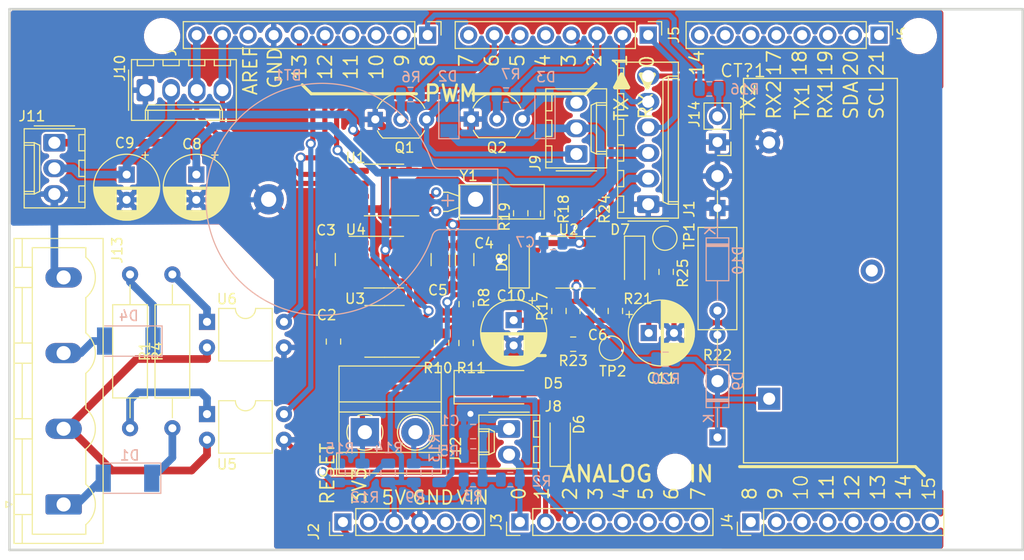
<source format=kicad_pcb>
(kicad_pcb (version 20171130) (host pcbnew 5.1.5+dfsg1-2build2)
  (layers (0 Top signal) (31 Bottom signal) (34 B.Paste user hide) (35 F.Paste user hide) (36 B.SilkS user) (37 F.SilkS user) (38 B.Mask user) (39 F.Mask user) (44 Edge.Cuts user))
  (net 0 "")
  (net 1 +5V)
  (net 2 GND)
  (net 3 +12V)
  (net 4 /L1_TEST)
  (net 5 /L2_TEST)
  (net 6 /N)
  (net 7 /PP_READ)
  (net 8 /PILOTREAD)
  (net 9 /AMP_READ)
  (net 10 "Net-(BT1-Pad1)")
  (net 11 /RST)
  (net 12 /TX)
  (net 13 /RX-I)
  (net 14 /GFCI_INT)
  (net 15 /PWM)
  (net 16 /SDA)
  (net 17 /SCL)
  (net 18 /AC_TEST_L1)
  (net 19 /AC_TEST_L2)
  (net 20 /PP)
  (net 21 /CP)
  (net 22 /GFCI_TEST)
  (net 23 /DC_RELAY_1)
  (net 24 /DC_RELAY_2)
  (net 25 "Net-(R21-Pad1)")
  (net 26 "Net-(U1-Pad7)")
  (net 27 "Net-(U1-Pad2)")
  (net 28 "Net-(U1-Pad1)")
  (net 29 "Net-(J2-Pad6)")
  (net 30 "Net-(J2-Pad5)")
  (net 31 "Net-(J2-Pad2)")
  (net 32 "Net-(Q1-Pad2)")
  (net 33 "Net-(Q2-Pad2)")
  (net 34 "Net-(J3-Pad8)")
  (net 35 "Net-(J3-Pad7)")
  (net 36 "Net-(J3-Pad6)")
  (net 37 "Net-(J3-Pad5)")
  (net 38 "Net-(J3-Pad4)")
  (net 39 "Net-(J4-Pad8)")
  (net 40 "Net-(J4-Pad7)")
  (net 41 "Net-(J4-Pad6)")
  (net 42 "Net-(J4-Pad5)")
  (net 43 "Net-(J4-Pad4)")
  (net 44 "Net-(J4-Pad3)")
  (net 45 "Net-(J4-Pad2)")
  (net 46 "Net-(J4-Pad1)")
  (net 47 "Net-(J5-Pad8)")
  (net 48 "Net-(J5-Pad5)")
  (net 49 "Net-(J6-Pad8)")
  (net 50 "Net-(J6-Pad7)")
  (net 51 "Net-(J6-Pad6)")
  (net 52 "Net-(J6-Pad5)")
  (net 53 "Net-(J6-Pad4)")
  (net 54 "Net-(J6-Pad3)")
  (net 55 "Net-(J6-Pad2)")
  (net 56 "Net-(J6-Pad1)")
  (net 57 "Net-(J7-Pad8)")
  (net 58 "Net-(J7-Pad3)")
  (net 59 "Net-(J7-Pad2)")
  (net 60 "Net-(C11-Pad1)")
  (net 61 "Net-(C1-Pad1)")
  (net 62 "Net-(C3-Pad2)")
  (net 63 "Net-(C3-Pad1)")
  (net 64 "Net-(C10-Pad1)")
  (net 65 "Net-(C6-Pad1)")
  (net 66 "Net-(D1-Pad1)")
  (net 67 "Net-(D4-Pad1)")
  (net 68 "Net-(D10-Pad2)")
  (net 69 "Net-(D2-Pad2)")
  (net 70 "Net-(D3-Pad2)")
  (net 71 "Net-(D7-Pad2)")
  (net 72 "Net-(D8-Pad2)")
  (net 73 "Net-(R11-Pad1)")
  (net 74 "Net-(R10-Pad2)")
  (net 75 "Net-(U4-Pad7)")
  (net 76 "Net-(U4-Pad6)")
  (net 77 "Net-(U4-Pad1)")
  (net 78 "Net-(J14-Pad2)")
  (net 79 "Net-(R1-Pad2)")
  (net 80 "Net-(R4-Pad2)")
  (net 81 "Net-(CT?1-PadP$3)")
  (net 82 "Net-(CT?1-PadP$1)")
  (net 83 -12V)
  (net 84 "Net-(J7-Pad4)")
  (module Resistor_THT:R_Axial_DIN0309_L9.0mm_D3.2mm_P15.24mm_Horizontal (layer Top) (at 113.411 119.7356 90)
    (fp_text reference R1 (at 7.62 -2.72 90) (layer F.SilkS))
    (fp_text value 330k)
    (pad 2 thru_hole oval (at 15.24 0 90) (size 1.6 1.6) (drill 0.8) (layers *.Cu *.Mask) (net 79 "Net-(R1-Pad2)"))
    (pad 1 thru_hole circle (at 0 0 90) (size 1.6 1.6) (drill 0.8) (layers *.Cu *.Mask) (net 66 "Net-(D1-Pad1)"))
  )
  (module Resistor_THT:R_Axial_DIN0309_L9.0mm_D3.2mm_P15.24mm_Horizontal (layer Top) (at 109.22 104.4956 270)
    (fp_text reference R4 (at 7.62 -2.72 90) (layer F.SilkS))
    (fp_text value 330k)
    (pad 2 thru_hole oval (at 15.24 0 270) (size 1.6 1.6) (drill 0.8) (layers *.Cu *.Mask) (net 80 "Net-(R4-Pad2)"))
    (pad 1 thru_hole circle (at 0 0 270) (size 1.6 1.6) (drill 0.8) (layers *.Cu *.Mask) (net 67 "Net-(D4-Pad1)"))
  )
  (module "" (layer Top) (at 163.195 124.0536)
    (fp_text reference @HOLE5 hide)
    (fp_text value "" (at 0 0) (layer F.SilkS) (effects (font (size 1.27 1.27))))
    (pad "" np_thru_hole circle (at 0 0) (size 3.2 3.2) (drill 3.2) (layers *.Cu *.Mask))
  )
  (module "" (layer Top) (at 187.325 80.8736)
    (fp_text reference @HOLE2 hide)
    (fp_text value "" (at 0 0) (layer F.SilkS) (effects (font (size 1.27 1.27))))
    (pad "" np_thru_hole circle (at 0 0) (size 3.2 3.2) (drill 3.2) (layers *.Cu *.Mask))
  )
  (module "" (layer Top) (at 112.395 80.8736)
    (fp_text reference @HOLE1 hide)
    (fp_text value "" (at 0 0) (layer F.SilkS) (effects (font (size 1.27 1.27))))
    (pad "" np_thru_hole circle (at 0 0) (size 3.2 3.2) (drill 3.2) (layers *.Cu *.Mask))
  )
  (module "" (layer Top) (at 111.125 129.1336)
    (fp_text reference @HOLE3 hide)
    (fp_text value "" (at 0 0) (layer F.SilkS) (effects (font (size 1.27 1.27))))
    (pad "" np_thru_hole circle (at 0 0) (size 3.2 3.2) (drill 3.2) (layers *.Cu *.Mask))
  )
  (module "" (layer Top) (at 193.675 129.1336)
    (fp_text reference @HOLE0 hide)
    (fp_text value "" (at 0 0) (layer F.SilkS) (effects (font (size 1.27 1.27))))
    (pad "" np_thru_hole circle (at 0 0) (size 3.2 3.2) (drill 3.2) (layers *.Cu *.Mask))
  )
  (module Diode_SMD:D_MELF (layer Bottom) (at 109.093 111.0996 180)
    (fp_text reference D4 (at 0 2.5) (layer B.SilkS) (effects (justify mirror)))
    (fp_text value SM4007)
    (pad 2 smd rect (at 2.4 0 180) (size 1.5 2.7) (layers Bottom B.Paste B.Mask) (net 5 /L2_TEST))
    (pad 1 smd rect (at -2.4 0 180) (size 1.5 2.7) (layers Bottom B.Paste B.Mask) (net 67 "Net-(D4-Pad1)"))
  )
  (module Package_DIP:DIP-4_W7.62mm (layer Top) (at 116.84 118.3386)
    (fp_text reference U5 (at 1.9685 4.9784) (layer F.SilkS))
    (fp_text value LTV-814)
    (pad 4 thru_hole oval (at 7.62 0) (size 1.6 1.6) (drill 0.8) (layers *.Cu *.Mask) (net 19 /AC_TEST_L2))
    (pad 2 thru_hole oval (at 0 2.54) (size 1.6 1.6) (drill 0.8) (layers *.Cu *.Mask) (net 6 /N))
    (pad 3 thru_hole oval (at 7.62 2.54) (size 1.6 1.6) (drill 0.8) (layers *.Cu *.Mask) (net 2 GND))
    (pad 1 thru_hole rect (at 0 0) (size 1.6 1.6) (drill 0.8) (layers *.Cu *.Mask) (net 80 "Net-(R4-Pad2)"))
  )
  (module Package_DIP:DIP-4_W7.62mm (layer Top) (at 116.84 109.1946)
    (fp_text reference U6 (at 1.9685 -2.2606) (layer F.SilkS))
    (fp_text value LTV-814)
    (pad 4 thru_hole oval (at 7.62 0) (size 1.6 1.6) (drill 0.8) (layers *.Cu *.Mask) (net 18 /AC_TEST_L1))
    (pad 2 thru_hole oval (at 0 2.54) (size 1.6 1.6) (drill 0.8) (layers *.Cu *.Mask) (net 6 /N))
    (pad 3 thru_hole oval (at 7.62 2.54) (size 1.6 1.6) (drill 0.8) (layers *.Cu *.Mask) (net 2 GND))
    (pad 1 thru_hole rect (at 0 0) (size 1.6 1.6) (drill 0.8) (layers *.Cu *.Mask) (net 79 "Net-(R1-Pad2)"))
  )
  (module Talema:AC1050 (layer Top) (at 172.5041 116.8146)
    (fp_text reference CT?1 (at -2.5781 -32.512 180) (layer F.SilkS) (effects (font (size 1.27 1.27))))
    (fp_text value AC1050 hide)
    (pad P$3 thru_hole circle (at 10.16 -12.7) (size 2.1844 2.1844) (drill 1.2) (layers *.Cu *.Mask) (net 81 "Net-(CT?1-PadP$3)"))
    (pad P$2 thru_hole circle (at 0 -25.4) (size 2.1844 2.1844) (drill 1.2) (layers *.Cu *.Mask) (net 2 GND))
    (pad P$1 thru_hole rect (at 0 0) (size 2.1844 2.1844) (drill 1.2) (layers *.Cu *.Mask) (net 82 "Net-(CT?1-PadP$1)"))
  )
  (module TerminalBlock_MetzConnect:TerminalBlock_MetzConnect_Type011_RT05502HBWC_1x02_P5.00mm_Horizontal (layer Top) (at 132.4737 120.1293)
    (fp_text reference J12 (at 9.0043 1.7653 90) (layer F.SilkS))
    (fp_text value PILOT)
    (pad 2 thru_hole circle (at 5 0) (size 2.8 2.8) (drill 1.4) (layers *.Cu *.Mask) (net 20 /PP))
    (pad 1 thru_hole rect (at 0 0) (size 2.8 2.8) (drill 1.4) (layers *.Cu *.Mask) (net 21 /CP))
  )
  (module Battery:BatteryHolder_Keystone_103_1x20mm (layer Bottom) (at 143.432 97.0506 180)
    (fp_text reference BT1 (at 18.5801 12.2936) (layer B.SilkS) (effects (justify mirror)))
    (fp_text value Battery_Cell)
    (fp_text user + (at 2.75 0) (layer B.SilkS) (effects (font (size 1.5 1.5)) (justify mirror)))
    (pad 1 thru_hole rect (at 0 0 180) (size 3 3) (drill 1.5) (layers *.Cu *.Mask) (net 10 "Net-(BT1-Pad1)"))
    (pad 2 thru_hole circle (at 20.49 0 180) (size 3 3) (drill 1.5) (layers *.Cu *.Mask) (net 2 GND))
  )
  (module Package_TO_SOT_THT:TO-92_Inline_Wide (layer Top) (at 133.5024 89.1286)
    (fp_text reference Q1 (at 2.8956 2.794) (layer F.SilkS))
    (fp_text value PN2222A)
    (pad 1 thru_hole rect (at 0 0 90) (size 1.5 1.5) (drill 0.8) (layers *.Cu *.Mask) (net 2 GND))
    (pad 3 thru_hole circle (at 5.08 0 90) (size 1.5 1.5) (drill 0.8) (layers *.Cu *.Mask) (net 69 "Net-(D2-Pad2)"))
    (pad 2 thru_hole circle (at 2.54 0 90) (size 1.5 1.5) (drill 0.8) (layers *.Cu *.Mask) (net 32 "Net-(Q1-Pad2)"))
  )
  (module Connector_PinHeader_2.54mm:PinHeader_1x02_P2.54mm_Vertical (layer Top) (at 167.386 91.3765 180)
    (fp_text reference J14 (at 2.286 2.7559 90) (layer F.SilkS))
    (fp_text value GFCI_TEST)
    (pad 2 thru_hole oval (at 0 2.54 180) (size 1.7 1.7) (drill 1) (layers *.Cu *.Mask) (net 78 "Net-(J14-Pad2)"))
    (pad 1 thru_hole rect (at 0 0 180) (size 1.7 1.7) (drill 1) (layers *.Cu *.Mask) (net 2 GND))
  )
  (module Package_SO:SOIC-8_3.9x4.9mm_P1.27mm (layer Top) (at 134.3533 103.2764)
    (fp_text reference U4 (at -2.7813 -3.2258) (layer F.SilkS))
    (fp_text value ICL7660)
    (pad 8 smd roundrect (at 2.475 -1.905) (size 1.95 0.6) (layers Top F.Paste F.Mask) (net 3 +12V))
    (pad 7 smd roundrect (at 2.475 -0.635) (size 1.95 0.6) (layers Top F.Paste F.Mask) (net 75 "Net-(U4-Pad7)"))
    (pad 6 smd roundrect (at 2.475 0.635) (size 1.95 0.6) (layers Top F.Paste F.Mask) (net 76 "Net-(U4-Pad6)"))
    (pad 5 smd roundrect (at 2.475 1.905) (size 1.95 0.6) (layers Top F.Paste F.Mask) (net 83 -12V))
    (pad 4 smd roundrect (at -2.475 1.905) (size 1.95 0.6) (layers Top F.Paste F.Mask) (net 62 "Net-(C3-Pad2)"))
    (pad 3 smd roundrect (at -2.475 0.635) (size 1.95 0.6) (layers Top F.Paste F.Mask) (net 2 GND))
    (pad 2 smd roundrect (at -2.475 -0.635) (size 1.95 0.6) (layers Top F.Paste F.Mask) (net 63 "Net-(C3-Pad1)"))
    (pad 1 smd roundrect (at -2.475 -1.905) (size 1.95 0.6) (layers Top F.Paste F.Mask) (net 77 "Net-(U4-Pad1)"))
  )
  (module Package_SO:SOIC-8_3.9x4.9mm_P1.27mm (layer Top) (at 134.4168 110.1344 180)
    (fp_text reference U3 (at 2.921 3.2385) (layer F.SilkS))
    (fp_text value TL072)
    (pad 8 smd roundrect (at 2.475 -1.905 180) (size 1.95 0.6) (layers Top F.Paste F.Mask) (net 3 +12V))
    (pad 7 smd roundrect (at 2.475 -0.635 180) (size 1.95 0.6) (layers Top F.Paste F.Mask))
    (pad 6 smd roundrect (at 2.475 0.635 180) (size 1.95 0.6) (layers Top F.Paste F.Mask))
    (pad 5 smd roundrect (at 2.475 1.905 180) (size 1.95 0.6) (layers Top F.Paste F.Mask))
    (pad 4 smd roundrect (at -2.475 1.905 180) (size 1.95 0.6) (layers Top F.Paste F.Mask) (net 83 -12V))
    (pad 3 smd roundrect (at -2.475 0.635 180) (size 1.95 0.6) (layers Top F.Paste F.Mask) (net 15 /PWM))
    (pad 2 smd roundrect (at -2.475 -0.635 180) (size 1.95 0.6) (layers Top F.Paste F.Mask) (net 73 "Net-(R11-Pad1)"))
    (pad 1 smd roundrect (at -2.475 -1.905 180) (size 1.95 0.6) (layers Top F.Paste F.Mask) (net 74 "Net-(R10-Pad2)"))
  )
  (module Crystal:Crystal_C38-LF_D3.0mm_L8.0mm_Horizontal (layer Top) (at 139.5349 98.2472 90)
    (fp_text reference Y1 (at 3.5306 3.2131) (layer F.SilkS))
    (fp_text value 32,768kHz)
    (pad 2 thru_hole circle (at 1.9 0 90) (size 1 1) (drill 0.5) (layers *.Cu *.Mask) (net 27 "Net-(U1-Pad2)"))
    (pad 1 thru_hole circle (at 0 0 90) (size 1 1) (drill 0.5) (layers *.Cu *.Mask) (net 28 "Net-(U1-Pad1)"))
  )
  (module Package_SO:SOIC-8_3.9x4.9mm_P1.27mm (layer Top) (at 134.366 96.1263 180)
    (fp_text reference U1 (at 2.8194 3.1877) (layer F.SilkS))
    (fp_text value DS1307Z+)
    (pad 8 smd roundrect (at 2.475 -1.905 180) (size 1.95 0.6) (layers Top F.Paste F.Mask) (net 1 +5V))
    (pad 7 smd roundrect (at 2.475 -0.635 180) (size 1.95 0.6) (layers Top F.Paste F.Mask) (net 26 "Net-(U1-Pad7)"))
    (pad 6 smd roundrect (at 2.475 0.635 180) (size 1.95 0.6) (layers Top F.Paste F.Mask) (net 17 /SCL))
    (pad 5 smd roundrect (at 2.475 1.905 180) (size 1.95 0.6) (layers Top F.Paste F.Mask) (net 16 /SDA))
    (pad 4 smd roundrect (at -2.475 1.905 180) (size 1.95 0.6) (layers Top F.Paste F.Mask) (net 2 GND))
    (pad 3 smd roundrect (at -2.475 0.635 180) (size 1.95 0.6) (layers Top F.Paste F.Mask) (net 10 "Net-(BT1-Pad1)"))
    (pad 2 smd roundrect (at -2.475 -0.635 180) (size 1.95 0.6) (layers Top F.Paste F.Mask) (net 27 "Net-(U1-Pad2)"))
    (pad 1 smd roundrect (at -2.475 -1.905 180) (size 1.95 0.6) (layers Top F.Paste F.Mask) (net 28 "Net-(U1-Pad1)"))
  )
  (module Package_SO:SOIC-8_3.9x4.9mm_P1.27mm (layer Top) (at 153.3398 103.2891)
    (fp_text reference U2 (at -0.6858 -3.2385) (layer F.SilkS))
    (fp_text value LM358)
    (pad 8 smd roundrect (at 2.475 -1.905) (size 1.95 0.6) (layers Top F.Paste F.Mask) (net 1 +5V))
    (pad 7 smd roundrect (at 2.475 -0.635) (size 1.95 0.6) (layers Top F.Paste F.Mask) (net 71 "Net-(D7-Pad2)"))
    (pad 6 smd roundrect (at 2.475 0.635) (size 1.95 0.6) (layers Top F.Paste F.Mask) (net 60 "Net-(C11-Pad1)"))
    (pad 5 smd roundrect (at 2.475 1.905) (size 1.95 0.6) (layers Top F.Paste F.Mask) (net 25 "Net-(R21-Pad1)"))
    (pad 4 smd roundrect (at -2.475 1.905) (size 1.95 0.6) (layers Top F.Paste F.Mask) (net 2 GND))
    (pad 3 smd roundrect (at -2.475 0.635) (size 1.95 0.6) (layers Top F.Paste F.Mask) (net 2 GND))
    (pad 2 smd roundrect (at -2.475 -0.635) (size 1.95 0.6) (layers Top F.Paste F.Mask) (net 65 "Net-(C6-Pad1)"))
    (pad 1 smd roundrect (at -2.475 -1.905) (size 1.95 0.6) (layers Top F.Paste F.Mask) (net 72 "Net-(D8-Pad2)"))
  )
  (module Connector_Phoenix_GMSTB:PhoenixContact_GMSTBVA_2,5_4-G_1x04_P7.50mm_Vertical (layer Top) (at 102.6414 127.2921 90)
    (fp_text reference J13 (at 25.2095 5.3086 270) (layer F.SilkS))
    (fp_text value MAINS)
    (pad 4 thru_hole oval (at 22.5 0 90) (size 2 3.6) (drill 1.4) (layers *.Cu *.Mask) (net 2 GND))
    (pad 3 thru_hole oval (at 15 0 90) (size 2 3.6) (drill 1.4) (layers *.Cu *.Mask) (net 5 /L2_TEST))
    (pad 2 thru_hole oval (at 7.5 0 90) (size 2 3.6) (drill 1.4) (layers *.Cu *.Mask) (net 6 /N))
    (pad 1 thru_hole roundrect (at 0 0 90) (size 2 3.6) (drill 1.4) (layers *.Cu *.Mask) (roundrect_rratio 0.125) (net 4 /L1_TEST))
  )
  (module Package_TO_SOT_THT:TO-92_Inline_Wide (layer Top) (at 143.002 89.0905)
    (fp_text reference Q2 (at 2.54 2.8321) (layer F.SilkS))
    (fp_text value PN2222A)
    (pad 1 thru_hole rect (at 0 0 90) (size 1.5 1.5) (drill 0.8) (layers *.Cu *.Mask) (net 2 GND))
    (pad 3 thru_hole circle (at 5.08 0 90) (size 1.5 1.5) (drill 0.8) (layers *.Cu *.Mask) (net 70 "Net-(D3-Pad2)"))
    (pad 2 thru_hole circle (at 2.54 0 90) (size 1.5 1.5) (drill 0.8) (layers *.Cu *.Mask) (net 33 "Net-(Q2-Pad2)"))
  )
  (module Diode_THT:D_DO-35_SOD27_P10.16mm_Horizontal (layer Bottom) (at 167.386 97.917 270)
    (fp_text reference D10 (at 5.1816 -2.032 90) (layer B.SilkS) (effects (justify mirror)))
    (fp_text value BZX55-4V7)
    (fp_text user K (at 2.2225 0.7112 270) (layer B.SilkS) (effects (justify mirror)))
    (pad 2 thru_hole oval (at 10.16 0 270) (size 1.6 1.6) (drill 0.8) (layers *.Cu *.Mask) (net 68 "Net-(D10-Pad2)"))
    (pad 1 thru_hole rect (at 0 0 270) (size 1.6 1.6) (drill 0.8) (layers *.Cu *.Mask) (net 2 GND))
  )
  (module Diode_THT:D_DO-35_SOD27_P10.16mm_Horizontal (layer Bottom) (at 167.386 120.65 90)
    (fp_text reference D9 (at 5.6134 2.032 270) (layer B.SilkS) (effects (justify mirror)))
    (fp_text value BZX55-4V7)
    (fp_text user K (at 1.8923 -0.8509 270) (layer B.SilkS) (effects (justify mirror)))
    (pad 2 thru_hole oval (at 10.16 0 90) (size 1.6 1.6) (drill 0.8) (layers *.Cu *.Mask) (net 68 "Net-(D10-Pad2)"))
    (pad 1 thru_hole rect (at 0 0 90) (size 1.6 1.6) (drill 0.8) (layers *.Cu *.Mask) (net 82 "Net-(CT?1-PadP$1)"))
  )
  (module Diode_SMD:D_MiniMELF (layer Top) (at 147.7518 103.2891 90)
    (fp_text reference D8 (at 0 -1.7018 90) (layer F.SilkS))
    (fp_text value LL4148)
    (pad 2 smd rect (at 1.75 0 90) (size 1.3 1.7) (layers Top F.Paste F.Mask) (net 72 "Net-(D8-Pad2)"))
    (pad 1 smd rect (at -1.75 0 90) (size 1.3 1.7) (layers Top F.Paste F.Mask) (net 64 "Net-(C10-Pad1)"))
  )
  (module Diode_SMD:D_MiniMELF (layer Top) (at 159.1818 103.251 270)
    (fp_text reference D7 (at -3.2004 1.4478 180) (layer F.SilkS))
    (fp_text value LL4148)
    (pad 2 smd rect (at 1.75 0 270) (size 1.3 1.7) (layers Top F.Paste F.Mask) (net 71 "Net-(D7-Pad2)"))
    (pad 1 smd rect (at -1.75 0 270) (size 1.3 1.7) (layers Top F.Paste F.Mask) (net 14 /GFCI_INT))
  )
  (module Diode_SMD:D_MiniMELF (layer Top) (at 151.8158 120.9675 90)
    (fp_text reference D6 (at 1.6129 1.8542 270) (layer F.SilkS))
    (fp_text value LL4148)
    (pad 2 smd rect (at 1.75 0 90) (size 1.3 1.7) (layers Top F.Paste F.Mask) (net 2 GND))
    (pad 1 smd rect (at -1.75 0 90) (size 1.3 1.7) (layers Top F.Paste F.Mask) (net 7 /PP_READ))
  )
  (module Diode_SMD:D_MiniMELF (layer Bottom) (at 150.3045 88.4835 90)
    (fp_text reference D3 (at 3.5459 0.1016 180) (layer B.SilkS) (effects (justify mirror)))
    (fp_text value LL4148)
    (pad 2 smd rect (at 1.75 0 90) (size 1.3 1.7) (layers Bottom B.Paste B.Mask) (net 70 "Net-(D3-Pad2)"))
    (pad 1 smd rect (at -1.75 0 90) (size 1.3 1.7) (layers Bottom B.Paste B.Mask) (net 3 +12V))
  )
  (module Diode_SMD:D_MiniMELF (layer Bottom) (at 140.7922 88.4936 90)
    (fp_text reference D2 (at 3.6322 -0.127 180) (layer B.SilkS) (effects (justify mirror)))
    (fp_text value LL4148)
    (pad 2 smd rect (at 1.75 0 90) (size 1.3 1.7) (layers Bottom B.Paste B.Mask) (net 69 "Net-(D2-Pad2)"))
    (pad 1 smd rect (at -1.75 0 90) (size 1.3 1.7) (layers Bottom B.Paste B.Mask) (net 3 +12V))
  )
  (module TestPoint:TestPoint_Pad_D2.0mm (layer Top) (at 156.882 111.8006)
    (fp_text reference TP2 (at 0.1397 2.286) (layer F.SilkS))
    (fp_text value TestPoint_Alt)
    (pad 1 smd circle (at 0 0) (size 2 2) (layers Top F.Mask) (net 64 "Net-(C10-Pad1)"))
  )
  (module TestPoint:TestPoint_Pad_D2.0mm (layer Top) (at 162.179 100.9006)
    (fp_text reference TP1 (at 2.413 -0.2286 90) (layer F.SilkS))
    (fp_text value TestPoint_Alt)
    (pad 1 smd circle (at 0 0) (size 2 2) (layers Top F.Mask) (net 14 /GFCI_INT))
  )
  (module Diode_SMD:D_SMA_Handsoldering (layer Top) (at 145.7071 115.6716)
    (fp_text reference D5 (at 5.4102 -0.381) (layer F.SilkS))
    (fp_text value P6SMB16CA)
    (pad 2 smd rect (at 2.5 0) (size 3.5 1.8) (layers Top F.Paste F.Mask) (net 2 GND))
    (pad 1 smd rect (at -2.5 0) (size 3.5 1.8) (layers Top F.Paste F.Mask) (net 21 /CP))
  )
  (module Diode_SMD:D_MELF (layer Bottom) (at 108.966 124.6886 180)
    (fp_text reference D1 (at -0.2162 2.2606) (layer B.SilkS) (effects (justify mirror)))
    (fp_text value SM4007)
    (pad 2 smd rect (at 2.4 0 180) (size 1.5 2.7) (layers Bottom B.Paste B.Mask) (net 4 /L1_TEST))
    (pad 1 smd rect (at -2.4 0 180) (size 1.5 2.7) (layers Bottom B.Paste B.Mask) (net 66 "Net-(D1-Pad1)"))
  )
  (module Connector_Molex:Molex_KK-254_AE-6410-03A_1x03_P2.54mm_Vertical (layer Top) (at 101.727 91.44 270)
    (fp_text reference J11 (at -2.6289 2.2225 180) (layer F.SilkS))
    (fp_text value PSU)
    (pad 3 thru_hole oval (at 5.08 0 270) (size 1.74 2.2) (drill 1.2) (layers *.Cu *.Mask) (net 2 GND))
    (pad 2 thru_hole oval (at 2.54 0 270) (size 1.74 2.2) (drill 1.2) (layers *.Cu *.Mask) (net 1 +5V))
    (pad 1 thru_hole roundrect (at 0 0 270) (size 1.74 2.2) (drill 1.2) (layers *.Cu *.Mask) (roundrect_rratio 0.143678) (net 3 +12V))
  )
  (module Connector_Molex:Molex_KK-254_AE-6410-04A_1x04_P2.54mm_Vertical (layer Top) (at 110.744 86.233)
    (fp_text reference J10 (at -2.54 -2.1844 90) (layer F.SilkS))
    (fp_text value LCD)
    (pad 4 thru_hole oval (at 7.62 0) (size 1.74 2.2) (drill 1.2) (layers *.Cu *.Mask) (net 16 /SDA))
    (pad 3 thru_hole oval (at 5.08 0) (size 1.74 2.2) (drill 1.2) (layers *.Cu *.Mask) (net 17 /SCL))
    (pad 2 thru_hole oval (at 2.54 0) (size 1.74 2.2) (drill 1.2) (layers *.Cu *.Mask) (net 1 +5V))
    (pad 1 thru_hole roundrect (at 0 0) (size 1.74 2.2) (drill 1.2) (layers *.Cu *.Mask) (roundrect_rratio 0.143678) (net 2 GND))
  )
  (module Connector_Molex:Molex_KK-254_AE-6410-06A_1x06_P2.54mm_Vertical (layer Top) (at 160.528 97.536 90)
    (fp_text reference J1 (at -0.4826 4.064 90) (layer F.SilkS))
    (fp_text value COMMS)
    (pad 6 thru_hole oval (at 12.7 0 90) (size 1.74 2.2) (drill 1.2) (layers *.Cu *.Mask) (net 11 /RST))
    (pad 5 thru_hole oval (at 10.16 0 90) (size 1.74 2.2) (drill 1.2) (layers *.Cu *.Mask) (net 12 /TX))
    (pad 4 thru_hole oval (at 7.62 0 90) (size 1.74 2.2) (drill 1.2) (layers *.Cu *.Mask) (net 13 /RX-I))
    (pad 3 thru_hole oval (at 5.08 0 90) (size 1.74 2.2) (drill 1.2) (layers *.Cu *.Mask) (net 3 +12V))
    (pad 2 thru_hole oval (at 2.54 0 90) (size 1.74 2.2) (drill 1.2) (layers *.Cu *.Mask) (net 1 +5V))
    (pad 1 thru_hole roundrect (at 0 0 90) (size 1.74 2.2) (drill 1.2) (layers *.Cu *.Mask) (roundrect_rratio 0.143678) (net 2 GND))
  )
  (module Capacitor_THT:CP_Radial_D6.3mm_P2.50mm (layer Top) (at 160.582 110.3006)
    (fp_text reference C11 (at 1.25 4.4831) (layer F.SilkS))
    (fp_text value 10u)
    (pad 2 thru_hole circle (at 2.5 0) (size 1.6 1.6) (drill 0.8) (layers *.Cu *.Mask) (net 2 GND))
    (pad 1 thru_hole rect (at 0 0) (size 1.6 1.6) (drill 0.8) (layers *.Cu *.Mask) (net 60 "Net-(C11-Pad1)"))
  )
  (module Capacitor_THT:CP_Radial_D6.3mm_P2.50mm (layer Top) (at 147.2057 109.0295 270)
    (fp_text reference C10 (at -2.4384 0.2413) (layer F.SilkS))
    (fp_text value 10u)
    (pad 2 thru_hole circle (at 2.5 0 270) (size 1.6 1.6) (drill 0.8) (layers *.Cu *.Mask) (net 2 GND))
    (pad 1 thru_hole rect (at 0 0 270) (size 1.6 1.6) (drill 0.8) (layers *.Cu *.Mask) (net 64 "Net-(C10-Pad1)"))
  )
  (module Capacitor_THT:CP_Radial_D6.3mm_P2.50mm (layer Top) (at 108.882 94.6006 270)
    (fp_text reference C9 (at -3.1369 0.1905 180) (layer F.SilkS))
    (fp_text value 10u)
    (pad 2 thru_hole circle (at 2.5 0 270) (size 1.6 1.6) (drill 0.8) (layers *.Cu *.Mask) (net 2 GND))
    (pad 1 thru_hole rect (at 0 0 270) (size 1.6 1.6) (drill 0.8) (layers *.Cu *.Mask) (net 1 +5V))
  )
  (module Capacitor_THT:CP_Radial_D6.3mm_P2.50mm (layer Top) (at 115.782 94.6006 270)
    (fp_text reference C8 (at -3.0226 0.4318 180) (layer F.SilkS))
    (fp_text value 10u)
    (pad 2 thru_hole circle (at 2.5 0 270) (size 1.6 1.6) (drill 0.8) (layers *.Cu *.Mask) (net 2 GND))
    (pad 1 thru_hole rect (at 0 0 270) (size 1.6 1.6) (drill 0.8) (layers *.Cu *.Mask) (net 3 +12V))
  )
  (module Capacitor_SMD:C_0805_2012Metric (layer Bottom) (at 151.1023 101.3333 180)
    (fp_text reference C7 (at 2.7432 0.0254 180) (layer B.SilkS) (effects (justify mirror)))
    (fp_text value 0.1u)
    (pad 2 smd roundrect (at 0.9375 0 180) (size 0.975 1.4) (layers Bottom B.Paste B.Mask) (net 2 GND))
    (pad 1 smd roundrect (at -0.9375 0 180) (size 0.975 1.4) (layers Bottom B.Paste B.Mask) (net 1 +5V))
  )
  (module Capacitor_SMD:C_0805_2012Metric (layer Top) (at 154.4828 108.1151 270)
    (fp_text reference C6 (at 2.3749 -1.0414 180) (layer F.SilkS))
    (fp_text value 100n)
    (pad 2 smd roundrect (at 0.9375 0 270) (size 0.975 1.4) (layers Top F.Paste F.Mask) (net 64 "Net-(C10-Pad1)"))
    (pad 1 smd roundrect (at -0.9375 0 270) (size 0.975 1.4) (layers Top F.Paste F.Mask) (net 65 "Net-(C6-Pad1)"))
  )
  (module Capacitor_SMD:C_1206_3216Metric (layer Top) (at 139.9413 103.0254 90)
    (fp_text reference C5 (at -3.0323 -0.2413 180) (layer F.SilkS))
    (fp_text value 10u)
    (pad 2 smd roundrect (at 1.4 0 90) (size 1.25 1.75) (layers Top F.Paste F.Mask) (roundrect_rratio 0.2) (net 2 GND))
    (pad 1 smd roundrect (at -1.4 0 90) (size 1.25 1.75) (layers Top F.Paste F.Mask) (roundrect_rratio 0.2) (net 83 -12V))
  )
  (module Capacitor_SMD:C_1206_3216Metric (layer Top) (at 142.3543 103.0224 90)
    (fp_text reference C4 (at 1.6129 1.9177 180) (layer F.SilkS))
    (fp_text value 10u)
    (pad 2 smd roundrect (at 1.4 0 90) (size 1.25 1.75) (layers Top F.Paste F.Mask) (roundrect_rratio 0.2) (net 2 GND))
    (pad 1 smd roundrect (at -1.4 0 90) (size 1.25 1.75) (layers Top F.Paste F.Mask) (roundrect_rratio 0.2) (net 83 -12V))
  )
  (module Capacitor_SMD:C_1206_3216Metric (layer Top) (at 128.6383 103.0194 270)
    (fp_text reference C3 (at -2.9053 0.0127 180) (layer F.SilkS))
    (fp_text value 10u)
    (pad 2 smd roundrect (at 1.4 0 270) (size 1.25 1.75) (layers Top F.Paste F.Mask) (roundrect_rratio 0.2) (net 62 "Net-(C3-Pad2)"))
    (pad 1 smd roundrect (at -1.4 0 270) (size 1.25 1.75) (layers Top F.Paste F.Mask) (roundrect_rratio 0.2) (net 63 "Net-(C3-Pad1)"))
  )
  (module Capacitor_SMD:C_0805_2012Metric (layer Top) (at 129.3622 111.1504 270)
    (fp_text reference C2 (at -2.6289 0.6731 180) (layer F.SilkS))
    (fp_text value 0.1u)
    (pad 2 smd roundrect (at 0.9375 0 270) (size 0.975 1.4) (layers Top F.Paste F.Mask) (net 3 +12V))
    (pad 1 smd roundrect (at -0.9375 0 270) (size 0.975 1.4) (layers Top F.Paste F.Mask) (net 2 GND))
  )
  (module Capacitor_SMD:C_0805_2012Metric (layer Bottom) (at 143.1925 120.0658 180)
    (fp_text reference C1 (at 2.3105 1.0652 180) (layer B.SilkS) (effects (justify mirror)))
    (fp_text value 0.1u)
    (pad 2 smd roundrect (at 0.9375 0 180) (size 0.975 1.4) (layers Bottom B.Paste B.Mask) (net 2 GND))
    (pad 1 smd roundrect (at -0.9375 0 180) (size 0.975 1.4) (layers Bottom B.Paste B.Mask) (net 61 "Net-(C1-Pad1)"))
  )
  (module Connector_Molex:Molex_KK-254_AE-6410-03A_1x03_P2.54mm_Vertical (layer Top) (at 153.416 92.5576 90)
    (fp_text reference J9 (at -0.9271 -4.064 90) (layer F.SilkS))
    (fp_text value DC_RELAY)
    (pad 3 thru_hole oval (at 5.08 0 90) (size 1.74 2.2) (drill 1.2) (layers *.Cu *.Mask) (net 70 "Net-(D3-Pad2)"))
    (pad 2 thru_hole oval (at 2.54 0 90) (size 1.74 2.2) (drill 1.2) (layers *.Cu *.Mask) (net 3 +12V))
    (pad 1 thru_hole roundrect (at 0 0 90) (size 1.74 2.2) (drill 1.2) (layers *.Cu *.Mask) (roundrect_rratio 0.143678) (net 69 "Net-(D2-Pad2)"))
  )
  (module Connector_Molex:Molex_KK-254_AE-6410-02A_1x02_P2.54mm_Vertical (layer Top) (at 146.7485 119.8118 270)
    (fp_text reference J8 (at -2.2352 -4.3815 180) (layer F.SilkS))
    (fp_text value AMP)
    (pad 2 thru_hole oval (at 2.54 0 270) (size 1.74 2.2) (drill 1.2) (layers *.Cu *.Mask) (net 9 /AMP_READ))
    (pad 1 thru_hole roundrect (at 0 0 270) (size 1.74 2.2) (drill 1.2) (layers *.Cu *.Mask) (roundrect_rratio 0.143678) (net 61 "Net-(C1-Pad1)"))
  )
  (module Resistor_THT:R_Axial_DIN0411_L9.9mm_D3.6mm_P20.32mm_Horizontal (layer Top) (at 167.386 115.062 90)
    (fp_text reference R22 (at 2.5654 0 180) (layer F.SilkS))
    (fp_text value 500)
    (pad 2 thru_hole oval (at 20.32 0 90) (size 2.4 2.4) (drill 1.2) (layers *.Cu *.Mask) (net 2 GND))
    (pad 1 thru_hole circle (at 0 0 90) (size 2.4 2.4) (drill 1.2) (layers *.Cu *.Mask) (net 82 "Net-(CT?1-PadP$1)"))
  )
  (module Connector_PinHeader_2.54mm:PinHeader_1x10_P2.54mm_Vertical (layer Top) (at 138.684 80.772 270)
    (fp_text reference J7 (at 1.2446 25.4 270) (layer F.SilkS))
    (fp_text value Conn_01x10 hide)
    (pad 10 thru_hole oval (at 0 22.86 270) (size 1.7 1.7) (drill 1) (layers *.Cu *.Mask) (net 17 /SCL))
    (pad 9 thru_hole oval (at 0 20.32 270) (size 1.7 1.7) (drill 1) (layers *.Cu *.Mask) (net 16 /SDA))
    (pad 8 thru_hole oval (at 0 17.78 270) (size 1.7 1.7) (drill 1) (layers *.Cu *.Mask) (net 57 "Net-(J7-Pad8)"))
    (pad 7 thru_hole oval (at 0 15.24 270) (size 1.7 1.7) (drill 1) (layers *.Cu *.Mask) (net 2 GND))
    (pad 6 thru_hole oval (at 0 12.7 270) (size 1.7 1.7) (drill 1) (layers *.Cu *.Mask) (net 19 /AC_TEST_L2))
    (pad 5 thru_hole oval (at 0 10.16 270) (size 1.7 1.7) (drill 1) (layers *.Cu *.Mask) (net 18 /AC_TEST_L1))
    (pad 4 thru_hole oval (at 0 7.62 270) (size 1.7 1.7) (drill 1) (layers *.Cu *.Mask) (net 84 "Net-(J7-Pad4)"))
    (pad 3 thru_hole oval (at 0 5.08 270) (size 1.7 1.7) (drill 1) (layers *.Cu *.Mask) (net 58 "Net-(J7-Pad3)"))
    (pad 2 thru_hole oval (at 0 2.54 270) (size 1.7 1.7) (drill 1) (layers *.Cu *.Mask) (net 59 "Net-(J7-Pad2)"))
    (pad 1 thru_hole rect (at 0 0 270) (size 1.7 1.7) (drill 1) (layers *.Cu *.Mask) (net 22 /GFCI_TEST))
  )
  (module Connector_PinHeader_2.54mm:PinHeader_1x08_P2.54mm_Vertical (layer Top) (at 183.388 80.772 270)
    (fp_text reference J6 (at 0 -2.33 90) (layer F.SilkS))
    (fp_text value Conn_01x08 hide)
    (pad 8 thru_hole oval (at 0 17.78 270) (size 1.7 1.7) (drill 1) (layers *.Cu *.Mask) (net 49 "Net-(J6-Pad8)"))
    (pad 7 thru_hole oval (at 0 15.24 270) (size 1.7 1.7) (drill 1) (layers *.Cu *.Mask) (net 50 "Net-(J6-Pad7)"))
    (pad 6 thru_hole oval (at 0 12.7 270) (size 1.7 1.7) (drill 1) (layers *.Cu *.Mask) (net 51 "Net-(J6-Pad6)"))
    (pad 5 thru_hole oval (at 0 10.16 270) (size 1.7 1.7) (drill 1) (layers *.Cu *.Mask) (net 52 "Net-(J6-Pad5)"))
    (pad 4 thru_hole oval (at 0 7.62 270) (size 1.7 1.7) (drill 1) (layers *.Cu *.Mask) (net 53 "Net-(J6-Pad4)"))
    (pad 3 thru_hole oval (at 0 5.08 270) (size 1.7 1.7) (drill 1) (layers *.Cu *.Mask) (net 54 "Net-(J6-Pad3)"))
    (pad 2 thru_hole oval (at 0 2.54 270) (size 1.7 1.7) (drill 1) (layers *.Cu *.Mask) (net 55 "Net-(J6-Pad2)"))
    (pad 1 thru_hole rect (at 0 0 270) (size 1.7 1.7) (drill 1) (layers *.Cu *.Mask) (net 56 "Net-(J6-Pad1)"))
  )
  (module Connector_PinHeader_2.54mm:PinHeader_1x08_P2.54mm_Vertical (layer Top) (at 160.528 80.772 270)
    (fp_text reference J5 (at -0.0254 -2.54 90) (layer F.SilkS))
    (fp_text value Conn_01x08 hide)
    (pad 8 thru_hole oval (at 0 17.78 270) (size 1.7 1.7) (drill 1) (layers *.Cu *.Mask) (net 47 "Net-(J5-Pad8)"))
    (pad 7 thru_hole oval (at 0 15.24 270) (size 1.7 1.7) (drill 1) (layers *.Cu *.Mask) (net 23 /DC_RELAY_1))
    (pad 6 thru_hole oval (at 0 12.7 270) (size 1.7 1.7) (drill 1) (layers *.Cu *.Mask) (net 15 /PWM))
    (pad 5 thru_hole oval (at 0 10.16 270) (size 1.7 1.7) (drill 1) (layers *.Cu *.Mask) (net 48 "Net-(J5-Pad5)"))
    (pad 4 thru_hole oval (at 0 7.62 270) (size 1.7 1.7) (drill 1) (layers *.Cu *.Mask) (net 14 /GFCI_INT))
    (pad 3 thru_hole oval (at 0 5.08 270) (size 1.7 1.7) (drill 1) (layers *.Cu *.Mask) (net 24 /DC_RELAY_2))
    (pad 2 thru_hole oval (at 0 2.54 270) (size 1.7 1.7) (drill 1) (layers *.Cu *.Mask) (net 12 /TX))
    (pad 1 thru_hole rect (at 0 0 270) (size 1.7 1.7) (drill 1) (layers *.Cu *.Mask) (net 13 /RX-I))
  )
  (module Connector_PinHeader_2.54mm:PinHeader_1x08_P2.54mm_Vertical (layer Top) (at 170.688 129.032 90)
    (fp_text reference J4 (at 0 -2.33 90) (layer F.SilkS))
    (fp_text value Conn_01x08)
    (pad 8 thru_hole oval (at 0 17.78 90) (size 1.7 1.7) (drill 1) (layers *.Cu *.Mask) (net 39 "Net-(J4-Pad8)"))
    (pad 7 thru_hole oval (at 0 15.24 90) (size 1.7 1.7) (drill 1) (layers *.Cu *.Mask) (net 40 "Net-(J4-Pad7)"))
    (pad 6 thru_hole oval (at 0 12.7 90) (size 1.7 1.7) (drill 1) (layers *.Cu *.Mask) (net 41 "Net-(J4-Pad6)"))
    (pad 5 thru_hole oval (at 0 10.16 90) (size 1.7 1.7) (drill 1) (layers *.Cu *.Mask) (net 42 "Net-(J4-Pad5)"))
    (pad 4 thru_hole oval (at 0 7.62 90) (size 1.7 1.7) (drill 1) (layers *.Cu *.Mask) (net 43 "Net-(J4-Pad4)"))
    (pad 3 thru_hole oval (at 0 5.08 90) (size 1.7 1.7) (drill 1) (layers *.Cu *.Mask) (net 44 "Net-(J4-Pad3)"))
    (pad 2 thru_hole oval (at 0 2.54 90) (size 1.7 1.7) (drill 1) (layers *.Cu *.Mask) (net 45 "Net-(J4-Pad2)"))
    (pad 1 thru_hole rect (at 0 0 90) (size 1.7 1.7) (drill 1) (layers *.Cu *.Mask) (net 46 "Net-(J4-Pad1)"))
  )
  (module Connector_PinHeader_2.54mm:PinHeader_1x08_P2.54mm_Vertical (layer Top) (at 147.828 129.032 90)
    (fp_text reference J3 (at 0 -2.33 90) (layer F.SilkS))
    (fp_text value Conn_01x08)
    (pad 8 thru_hole oval (at 0 17.78 90) (size 1.7 1.7) (drill 1) (layers *.Cu *.Mask) (net 34 "Net-(J3-Pad8)"))
    (pad 7 thru_hole oval (at 0 15.24 90) (size 1.7 1.7) (drill 1) (layers *.Cu *.Mask) (net 35 "Net-(J3-Pad7)"))
    (pad 6 thru_hole oval (at 0 12.7 90) (size 1.7 1.7) (drill 1) (layers *.Cu *.Mask) (net 36 "Net-(J3-Pad6)"))
    (pad 5 thru_hole oval (at 0 10.16 90) (size 1.7 1.7) (drill 1) (layers *.Cu *.Mask) (net 37 "Net-(J3-Pad5)"))
    (pad 4 thru_hole oval (at 0 7.62 90) (size 1.7 1.7) (drill 1) (layers *.Cu *.Mask) (net 38 "Net-(J3-Pad4)"))
    (pad 3 thru_hole oval (at 0 5.08 90) (size 1.7 1.7) (drill 1) (layers *.Cu *.Mask) (net 7 /PP_READ))
    (pad 2 thru_hole oval (at 0 2.54 90) (size 1.7 1.7) (drill 1) (layers *.Cu *.Mask) (net 8 /PILOTREAD))
    (pad 1 thru_hole rect (at 0 0 90) (size 1.7 1.7) (drill 1) (layers *.Cu *.Mask) (net 9 /AMP_READ))
  )
  (module Connector_PinHeader_2.54mm:PinHeader_1x06_P2.54mm_Vertical (layer Top) (at 130.302 129.032 90)
    (fp_text reference J2 (at -0.9525 -2.8956 90) (layer F.SilkS))
    (fp_text value Conn_01x06)
    (pad 6 thru_hole oval (at 0 12.7 90) (size 1.7 1.7) (drill 1) (layers *.Cu *.Mask) (net 29 "Net-(J2-Pad6)"))
    (pad 5 thru_hole oval (at 0 10.16 90) (size 1.7 1.7) (drill 1) (layers *.Cu *.Mask) (net 30 "Net-(J2-Pad5)"))
    (pad 4 thru_hole oval (at 0 7.62 90) (size 1.7 1.7) (drill 1) (layers *.Cu *.Mask) (net 2 GND))
    (pad 3 thru_hole oval (at 0 5.08 90) (size 1.7 1.7) (drill 1) (layers *.Cu *.Mask) (net 1 +5V))
    (pad 2 thru_hole oval (at 0 2.54 90) (size 1.7 1.7) (drill 1) (layers *.Cu *.Mask) (net 31 "Net-(J2-Pad2)"))
    (pad 1 thru_hole rect (at 0 0 90) (size 1.7 1.7) (drill 1) (layers *.Cu *.Mask) (net 11 /RST))
  )
  (module Resistor_SMD:R_0805_2012Metric (layer Top) (at 162.306 104.2416 270)
    (fp_text reference R25 (at 0.127 -1.65 90) (layer F.SilkS))
    (fp_text value 10k)
    (pad 2 smd roundrect (at 0.9375 0 270) (size 0.975 1.4) (layers Top F.Paste F.Mask) (net 2 GND))
    (pad 1 smd roundrect (at -0.9375 0 270) (size 0.975 1.4) (layers Top F.Paste F.Mask) (net 14 /GFCI_INT))
  )
  (module Resistor_SMD:R_0805_2012Metric (layer Top) (at 154.686 98.4019 90)
    (fp_text reference R24 (at 0.3833 1.524 270) (layer F.SilkS))
    (fp_text value 8k2)
    (pad 2 smd roundrect (at 0.9375 0 90) (size 0.975 1.4) (layers Top F.Paste F.Mask) (net 2 GND))
    (pad 1 smd roundrect (at -0.9375 0 90) (size 0.975 1.4) (layers Top F.Paste F.Mask) (net 60 "Net-(C11-Pad1)"))
  )
  (module Resistor_SMD:R_0805_2012Metric (layer Top) (at 153.0985 111.4044 180)
    (fp_text reference R23 (at 0 -1.65) (layer F.SilkS))
    (fp_text value "NOT FITTED")
    (pad 2 smd roundrect (at 0.9375 0 180) (size 0.975 1.4) (layers Top F.Paste F.Mask) (net 2 GND))
    (pad 1 smd roundrect (at -0.9375 0 180) (size 0.975 1.4) (layers Top F.Paste F.Mask) (net 64 "Net-(C10-Pad1)"))
  )
  (module Resistor_SMD:R_0805_2012Metric (layer Top) (at 157.2768 108.1151 270)
    (fp_text reference R21 (at -1.2065 -2.2352 180) (layer F.SilkS))
    (fp_text value 100)
    (pad 2 smd roundrect (at 0.9375 0 270) (size 0.975 1.4) (layers Top F.Paste F.Mask) (net 64 "Net-(C10-Pad1)"))
    (pad 1 smd roundrect (at -0.9375 0 270) (size 0.975 1.4) (layers Top F.Paste F.Mask) (net 25 "Net-(R21-Pad1)"))
  )
  (module Resistor_SMD:R_0805_2012Metric (layer Bottom) (at 162.2552 112.903)
    (fp_text reference R20 (at 0.0127 1.9431) (layer B.SilkS) (effects (justify mirror)))
    (fp_text value 1k)
    (pad 2 smd roundrect (at 0.9375 0) (size 0.975 1.4) (layers Bottom B.Paste B.Mask) (net 82 "Net-(CT?1-PadP$1)"))
    (pad 1 smd roundrect (at -0.9375 0) (size 0.975 1.4) (layers Bottom B.Paste B.Mask) (net 65 "Net-(C6-Pad1)"))
  )
  (module Resistor_SMD:R_0805_2012Metric (layer Top) (at 147.9042 98.4273 270)
    (fp_text reference R19 (at 0.3533 1.6002 90) (layer F.SilkS))
    (fp_text value 22k)
    (pad 2 smd roundrect (at 0.9375 0 270) (size 0.975 1.4) (layers Top F.Paste F.Mask) (net 72 "Net-(D8-Pad2)"))
    (pad 1 smd roundrect (at -0.9375 0 270) (size 0.975 1.4) (layers Top F.Paste F.Mask) (net 1 +5V))
  )
  (module Resistor_SMD:R_0805_2012Metric (layer Top) (at 150.5712 98.4527 90)
    (fp_text reference R18 (at 0.4341 1.5748 270) (layer F.SilkS))
    (fp_text value 10k)
    (pad 2 smd roundrect (at 0.9375 0 90) (size 0.975 1.4) (layers Top F.Paste F.Mask) (net 60 "Net-(C11-Pad1)"))
    (pad 1 smd roundrect (at -0.9375 0 90) (size 0.975 1.4) (layers Top F.Paste F.Mask) (net 1 +5V))
  )
  (module Resistor_SMD:R_0805_2012Metric (layer Top) (at 151.6888 108.1151 90)
    (fp_text reference R17 (at 0.4445 -1.65 90) (layer F.SilkS))
    (fp_text value 470k)
    (pad 2 smd roundrect (at 0.9375 0 90) (size 0.975 1.4) (layers Top F.Paste F.Mask) (net 65 "Net-(C6-Pad1)"))
    (pad 1 smd roundrect (at -0.9375 0 90) (size 0.975 1.4) (layers Top F.Paste F.Mask) (net 64 "Net-(C10-Pad1)"))
  )
  (module Resistor_SMD:R_0805_2012Metric (layer Bottom) (at 166.5755 86.106)
    (fp_text reference R16 (at 3.5156 0.0381) (layer B.SilkS) (effects (justify mirror)))
    (fp_text value 470)
    (pad 2 smd roundrect (at 0.9375 0) (size 0.975 1.4) (layers Bottom B.Paste B.Mask) (net 78 "Net-(J14-Pad2)"))
    (pad 1 smd roundrect (at -0.9375 0) (size 0.975 1.4) (layers Bottom B.Paste B.Mask) (net 22 /GFCI_TEST))
  )
  (module Resistor_SMD:R_0805_2012Metric (layer Bottom) (at 129.8194 124.1679 90)
    (fp_text reference R15 (at 2.4257 0.1651 180) (layer B.SilkS) (effects (justify mirror)))
    (fp_text value 100k)
    (pad 2 smd roundrect (at 0.9375 0 90) (size 0.975 1.4) (layers Bottom B.Paste B.Mask) (net 2 GND))
    (pad 1 smd roundrect (at -0.9375 0 90) (size 0.975 1.4) (layers Bottom B.Paste B.Mask) (net 8 /PILOTREAD))
  )
  (module Resistor_SMD:R_0805_2012Metric (layer Bottom) (at 134.7724 124.1679 90)
    (fp_text reference R14 (at 2.4765 0.0508 180) (layer B.SilkS) (effects (justify mirror)))
    (fp_text value 56k)
    (pad 2 smd roundrect (at 0.9375 0 90) (size 0.975 1.4) (layers Bottom B.Paste B.Mask) (net 8 /PILOTREAD))
    (pad 1 smd roundrect (at -0.9375 0 90) (size 0.975 1.4) (layers Bottom B.Paste B.Mask) (net 1 +5V))
  )
  (module Resistor_SMD:R_0805_2012Metric (layer Bottom) (at 139.8524 124.1679 270)
    (fp_text reference R13 (at -2.4765 0.4704 90) (layer B.SilkS) (effects (justify mirror)))
    (fp_text value 10k)
    (pad 2 smd roundrect (at 0.9375 0 270) (size 0.975 1.4) (layers Bottom B.Paste B.Mask) (net 7 /PP_READ))
    (pad 1 smd roundrect (at -0.9375 0 270) (size 0.975 1.4) (layers Bottom B.Paste B.Mask) (net 20 /PP))
  )
  (module Resistor_SMD:R_0805_2012Metric (layer Bottom) (at 132.2324 124.1679 270)
    (fp_text reference R12 (at 2.413 -0.2286) (layer B.SilkS) (effects (justify mirror)))
    (fp_text value 200k)
    (pad 2 smd roundrect (at 0.9375 0 270) (size 0.975 1.4) (layers Bottom B.Paste B.Mask) (net 8 /PILOTREAD))
    (pad 1 smd roundrect (at -0.9375 0 270) (size 0.975 1.4) (layers Bottom B.Paste B.Mask) (net 21 /CP))
  )
  (module Resistor_SMD:R_0805_2012Metric (layer Top) (at 142.494 111.2901 270)
    (fp_text reference R11 (at 2.4765 -0.508) (layer F.SilkS))
    (fp_text value 100k)
    (pad 2 smd roundrect (at 0.9375 0 270) (size 0.975 1.4) (layers Top F.Paste F.Mask) (net 2 GND))
    (pad 1 smd roundrect (at -0.9375 0 270) (size 0.975 1.4) (layers Top F.Paste F.Mask) (net 73 "Net-(R11-Pad1)"))
  )
  (module Resistor_SMD:R_0805_2012Metric (layer Top) (at 140.0683 111.2774 90)
    (fp_text reference R10 (at -2.4892 -0.3683 180) (layer F.SilkS))
    (fp_text value 620)
    (pad 2 smd roundrect (at 0.9375 0 90) (size 0.975 1.4) (layers Top F.Paste F.Mask) (net 74 "Net-(R10-Pad2)"))
    (pad 1 smd roundrect (at -0.9375 0 90) (size 0.975 1.4) (layers Top F.Paste F.Mask) (net 21 /CP))
  )
  (module Resistor_SMD:R_0805_2012Metric (layer Bottom) (at 137.3124 124.1679 90)
    (fp_text reference R9 (at -2.413 0.127) (layer B.SilkS) (effects (justify mirror)))
    (fp_text value 1k)
    (pad 2 smd roundrect (at 0.9375 0 90) (size 0.975 1.4) (layers Bottom B.Paste B.Mask) (net 20 /PP))
    (pad 1 smd roundrect (at -0.9375 0 90) (size 0.975 1.4) (layers Bottom B.Paste B.Mask) (net 1 +5V))
  )
  (module Resistor_SMD:R_0805_2012Metric (layer Top) (at 142.5067 107.442 270)
    (fp_text reference R8 (at -0.6477 -1.7653 90) (layer F.SilkS))
    (fp_text value 100k)
    (pad 2 smd roundrect (at 0.9375 0 270) (size 0.975 1.4) (layers Top F.Paste F.Mask) (net 73 "Net-(R11-Pad1)"))
    (pad 1 smd roundrect (at -0.9375 0 270) (size 0.975 1.4) (layers Top F.Paste F.Mask) (net 1 +5V))
  )
  (module Resistor_SMD:R_0805_2012Metric (layer Bottom) (at 146.4587 86.7156)
    (fp_text reference R7 (at 0.4676 -2.0701 180) (layer B.SilkS) (effects (justify mirror)))
    (fp_text value 330)
    (pad 2 smd roundrect (at 0.9375 0) (size 0.975 1.4) (layers Bottom B.Paste B.Mask) (net 24 /DC_RELAY_2))
    (pad 1 smd roundrect (at -0.9375 0) (size 0.975 1.4) (layers Bottom B.Paste B.Mask) (net 33 "Net-(Q2-Pad2)"))
  )
  (module Resistor_SMD:R_0805_2012Metric (layer Bottom) (at 136.9845 86.6648)
    (fp_text reference R6 (at 0.0612 -1.7272 180) (layer B.SilkS) (effects (justify mirror)))
    (fp_text value 330)
    (pad 2 smd roundrect (at 0.9375 0) (size 0.975 1.4) (layers Bottom B.Paste B.Mask) (net 23 /DC_RELAY_1))
    (pad 1 smd roundrect (at -0.9375 0) (size 0.975 1.4) (layers Bottom B.Paste B.Mask) (net 32 "Net-(Q1-Pad2)"))
  )
  (module Resistor_SMD:R_0805_2012Metric (layer Bottom) (at 143.2075 122.4788 180)
    (fp_text reference R5 (at 2.3755 0.4782) (layer B.SilkS) (effects (justify mirror)))
    (fp_text value 100k)
    (pad 2 smd roundrect (at 0.9375 0 180) (size 0.975 1.4) (layers Bottom B.Paste B.Mask) (net 2 GND))
    (pad 1 smd roundrect (at -0.9375 0 180) (size 0.975 1.4) (layers Bottom B.Paste B.Mask) (net 61 "Net-(C1-Pad1)"))
  )
  (module Resistor_SMD:R_0805_2012Metric (layer Bottom) (at 143.1925 124.8283)
    (fp_text reference R3 (at 0 1.65 180) (layer B.SilkS) (effects (justify mirror)))
    (fp_text value 100k)
    (pad 2 smd roundrect (at 0.9375 0) (size 0.975 1.4) (layers Bottom B.Paste B.Mask) (net 61 "Net-(C1-Pad1)"))
    (pad 1 smd roundrect (at -0.9375 0) (size 0.975 1.4) (layers Bottom B.Paste B.Mask) (net 1 +5V))
  )
  (module Resistor_SMD:R_0805_2012Metric (layer Bottom) (at 146.8755 124.8283 180)
    (fp_text reference R2 (at -3.0988 -0.1651 180) (layer B.SilkS) (effects (justify mirror)))
    (fp_text value 33)
    (pad 2 smd roundrect (at 0.9375 0 180) (size 0.975 1.4) (layers Bottom B.Paste B.Mask) (net 61 "Net-(C1-Pad1)"))
    (pad 1 smd roundrect (at -0.9375 0 180) (size 0.975 1.4) (layers Bottom B.Paste B.Mask) (net 9 /AMP_READ))
  )
  (gr_line (start 197.612 131.8006) (end 197.612 78.2066) (layer Edge.Cuts) (width 0.254))
  (gr_line (start 97.282 78.2066) (end 197.612 78.2066) (layer Edge.Cuts) (width 0.254))
  (gr_line (start 197.612 131.8006) (end 97.282 131.8006) (layer Edge.Cuts) (width 0.254))
  (gr_line (start 97.282 131.8006) (end 97.282 78.2066) (layer Edge.Cuts) (width 0.254))
  (gr_line (start 143.1671 86.5886) (end 154.3431 86.5886) (layer F.SilkS) (width 0.3048))
  (gr_line (start 154.3431 86.5886) (end 155.3591 85.5726) (layer F.SilkS) (width 0.3048))
  (gr_line (start 137.5791 86.5886) (end 127.1651 86.5886) (layer F.SilkS) (width 0.3048))
  (gr_line (start 127.1651 86.5886) (end 126.2761 85.6996) (layer F.SilkS) (width 0.3048))
  (gr_line (start 150.3299 112.5347) (end 148.2979 112.5347) (layer F.SilkS) (width 0.3048))
  (gr_line (start 157.2641 85.9536) (end 157.8991 84.6836) (layer F.SilkS) (width 0.4064))
  (gr_line (start 157.8991 84.6836) (end 158.5341 85.9536) (layer F.SilkS) (width 0.4064))
  (gr_line (start 157.8991 85.9536) (end 157.2641 85.9536) (layer F.SilkS) (width 0.4064))
  (gr_line (start 157.2641 85.9536) (end 157.8991 85.3186) (layer F.SilkS) (width 0.4064))
  (gr_line (start 157.8991 85.3186) (end 157.8991 85.9536) (layer F.SilkS) (width 0.4064))
  (gr_line (start 157.8991 85.9536) (end 158.5341 85.9536) (layer F.SilkS) (width 0.4064))
  (gr_line (start 158.5341 85.9536) (end 157.8991 85.3186) (layer F.SilkS) (width 0.4064))
  (gr_line (start 159.8041 84.6836) (end 160.4391 84.6836) (layer F.SilkS) (width 0.4064))
  (gr_line (start 161.0741 84.6836) (end 160.4391 85.9536) (layer F.SilkS) (width 0.4064))
  (gr_line (start 160.4391 85.9536) (end 159.8041 84.6836) (layer F.SilkS) (width 0.4064))
  (gr_line (start 159.8041 84.6836) (end 160.4391 85.3186) (layer F.SilkS) (width 0.4064))
  (gr_line (start 160.4391 85.3186) (end 161.0741 84.6836) (layer F.SilkS) (width 0.4064))
  (gr_line (start 161.0741 84.6836) (end 160.4391 84.6836) (layer F.SilkS) (width 0.4064))
  (gr_line (start 160.4391 84.6836) (end 160.4391 85.3186) (layer F.SilkS) (width 0.4064))
  (gr_text TX (at 158.6611 89.3826 90) (layer F.SilkS) (effects (font (size 1.35128 1.35128) (thickness 0.170688)) (justify left bottom)))
  (gr_text RX (at 161.0741 89.2556 90) (layer F.SilkS) (effects (font (size 1.35128 1.35128) (thickness 0.170688)) (justify left bottom)))
  (gr_text 0 (at 161.2011 84.1756 90) (layer F.SilkS) (effects (font (size 1.35128 1.35128) (thickness 0.170688)) (justify left bottom)))
  (gr_text 1 (at 158.5341 84.0486 90) (layer F.SilkS) (effects (font (size 1.35128 1.35128) (thickness 0.170688)) (justify left bottom)))
  (gr_text 2 (at 155.9941 84.0486 90) (layer F.SilkS) (effects (font (size 1.35128 1.35128) (thickness 0.170688)) (justify left bottom)))
  (gr_text 3 (at 153.4541 84.0486 90) (layer F.SilkS) (effects (font (size 1.35128 1.35128) (thickness 0.170688)) (justify left bottom)))
  (gr_text 4 (at 150.9141 84.0486 90) (layer F.SilkS) (effects (font (size 1.35128 1.35128) (thickness 0.170688)) (justify left bottom)))
  (gr_text 5 (at 148.3741 84.0486 90) (layer F.SilkS) (effects (font (size 1.35128 1.35128) (thickness 0.170688)) (justify left bottom)))
  (gr_text 6 (at 145.8341 84.0486 90) (layer F.SilkS) (effects (font (size 1.35128 1.35128) (thickness 0.170688)) (justify left bottom)))
  (gr_text 7 (at 143.2941 84.0486 90) (layer F.SilkS) (effects (font (size 1.35128 1.35128) (thickness 0.170688)) (justify left bottom)))
  (gr_text 8 (at 139.4841 84.0486 90) (layer F.SilkS) (effects (font (size 1.35128 1.35128) (thickness 0.170688)) (justify left bottom)))
  (gr_text 9 (at 136.9441 84.0486 90) (layer F.SilkS) (effects (font (size 1.35128 1.35128) (thickness 0.170688)) (justify left bottom)))
  (gr_text 10 (at 134.4041 85.3186 90) (layer F.SilkS) (effects (font (size 1.35128 1.35128) (thickness 0.170688)) (justify left bottom)))
  (gr_text 11 (at 131.8641 85.3186 90) (layer F.SilkS) (effects (font (size 1.35128 1.35128) (thickness 0.170688)) (justify left bottom)))
  (gr_text 12 (at 129.3241 85.3186 90) (layer F.SilkS) (effects (font (size 1.35128 1.35128) (thickness 0.170688)) (justify left bottom)))
  (gr_text 13 (at 126.7841 85.3186 90) (layer F.SilkS) (effects (font (size 1.35128 1.35128) (thickness 0.170688)) (justify left bottom)))
  (gr_text PWM (at 138.2141 87.4776) (layer F.SilkS) (effects (font (size 1.59258 1.59258) (thickness 0.25146)) (justify left bottom)))
  (gr_text AREF (at 121.92 86.8426 90) (layer F.SilkS) (effects (font (size 1.35128 1.35128) (thickness 0.170688)) (justify left bottom)))
  (gr_text GND (at 124.3521 86.1954 90) (layer F.SilkS) (effects (font (size 1.35128 1.35128) (thickness 0.170688)) (justify left bottom)))
  (gr_line (start 169.5831 123.5456) (end 186.9821 123.5456) (layer F.SilkS) (width 0.3048))
  (gr_line (start 186.9821 123.5456) (end 187.8711 124.4346) (layer F.SilkS) (width 0.3048))
  (gr_text "ANALOG   IN" (at 151.8031 125.1966) (layer F.SilkS) (effects (font (size 1.59258 1.59258) (thickness 0.25146)) (justify left bottom)))
  (gr_text RESET (at 129.5483 127.4196 90) (layer F.SilkS) (effects (font (size 1.35128 1.35128) (thickness 0.170688)) (justify left bottom)))
  (gr_text 3V3 (at 132.7233 127.4196 90) (layer F.SilkS) (effects (font (size 1.35128 1.35128) (thickness 0.170688)) (justify left bottom)))
  (gr_text 5V (at 134.0099 127.402) (layer F.SilkS) (effects (font (size 1.35128 1.35128) (thickness 0.170688)) (justify left bottom)))
  (gr_text VIN (at 141.4267 127.402) (layer F.SilkS) (effects (font (size 1.35128 1.35128) (thickness 0.170688)) (justify left bottom)))
  (gr_text GND (at 137.0579 127.402) (layer F.SilkS) (effects (font (size 1.35128 1.35128) (thickness 0.170688)) (justify left bottom)))
  (gr_text 0 (at 148.5011 126.9746 90) (layer F.SilkS) (effects (font (size 1.35128 1.35128) (thickness 0.170688)) (justify left bottom)))
  (gr_text 1 (at 150.7871 126.9746 90) (layer F.SilkS) (effects (font (size 1.35128 1.35128) (thickness 0.170688)) (justify left bottom)))
  (gr_text 2 (at 153.5811 126.9746 90) (layer F.SilkS) (effects (font (size 1.35128 1.35128) (thickness 0.170688)) (justify left bottom)))
  (gr_text 3 (at 156.1211 126.9746 90) (layer F.SilkS) (effects (font (size 1.35128 1.35128) (thickness 0.170688)) (justify left bottom)))
  (gr_text 4 (at 158.6611 126.9746 90) (layer F.SilkS) (effects (font (size 1.35128 1.35128) (thickness 0.170688)) (justify left bottom)))
  (gr_text 5 (at 161.0741 126.9746 90) (layer F.SilkS) (effects (font (size 1.35128 1.35128) (thickness 0.170688)) (justify left bottom)))
  (gr_text 6 (at 163.6141 126.9746 90) (layer F.SilkS) (effects (font (size 1.35128 1.35128) (thickness 0.170688)) (justify left bottom)))
  (gr_text 7 (at 166.2811 126.9746 90) (layer F.SilkS) (effects (font (size 1.35128 1.35128) (thickness 0.170688)) (justify left bottom)))
  (gr_text SDA (at 181.3941 89.2556 90) (layer F.SilkS) (effects (font (size 1.35128 1.35128) (thickness 0.170688)) (justify left bottom)))
  (gr_text SCL (at 183.9341 89.2556 90) (layer F.SilkS) (effects (font (size 1.35128 1.35128) (thickness 0.170688)) (justify left bottom)))
  (gr_text 8 (at 171.3611 126.9746 90) (layer F.SilkS) (effects (font (size 1.35128 1.35128) (thickness 0.170688)) (justify left bottom)))
  (gr_text 9 (at 173.9011 126.9746 90) (layer F.SilkS) (effects (font (size 1.35128 1.35128) (thickness 0.170688)) (justify left bottom)))
  (gr_text 10 (at 176.4411 126.9746 90) (layer F.SilkS) (effects (font (size 1.35128 1.35128) (thickness 0.14224)) (justify left bottom)))
  (gr_text 11 (at 178.9811 126.9746 90) (layer F.SilkS) (effects (font (size 1.35128 1.35128) (thickness 0.170688)) (justify left bottom)))
  (gr_text 12 (at 181.5211 126.9746 90) (layer F.SilkS) (effects (font (size 1.35128 1.35128) (thickness 0.170688)) (justify left bottom)))
  (gr_text 13 (at 184.0611 126.9746 90) (layer F.SilkS) (effects (font (size 1.35128 1.35128) (thickness 0.170688)) (justify left bottom)))
  (gr_text 14 (at 186.6011 126.9746 90) (layer F.SilkS) (effects (font (size 1.35128 1.35128) (thickness 0.170688)) (justify left bottom)))
  (gr_text 15 (at 189.0141 126.9746 90) (layer F.SilkS) (effects (font (size 1.2065 1.2065) (thickness 0.1524)) (justify left bottom)))
  (gr_text TX2 (at 171.2341 89.2556 90) (layer F.SilkS) (effects (font (size 1.35128 1.35128) (thickness 0.170688)) (justify left bottom)))
  (gr_text RX2 (at 173.7741 89.2556 90) (layer F.SilkS) (effects (font (size 1.35128 1.35128) (thickness 0.170688)) (justify left bottom)))
  (gr_text RX1 (at 178.8541 89.2556 90) (layer F.SilkS) (effects (font (size 1.35128 1.35128) (thickness 0.170688)) (justify left bottom)))
  (gr_text TX1 (at 176.5681 89.2556 90) (layer F.SilkS) (effects (font (size 1.35128 1.35128) (thickness 0.170688)) (justify left bottom)))
  (gr_text 14 (at 166.1541 84.9376 90) (layer F.SilkS) (effects (font (size 1.35128 1.35128) (thickness 0.170688)) (justify left bottom)))
  (gr_text 17 (at 173.7741 84.9376 90) (layer F.SilkS) (effects (font (size 1.35128 1.35128) (thickness 0.170688)) (justify left bottom)))
  (gr_text 18 (at 176.3141 84.9376 90) (layer F.SilkS) (effects (font (size 1.35128 1.35128) (thickness 0.170688)) (justify left bottom)))
  (gr_text 19 (at 178.8541 84.9376 90) (layer F.SilkS) (effects (font (size 1.35128 1.35128) (thickness 0.170688)) (justify left bottom)))
  (gr_text 20 (at 181.3941 84.9376 90) (layer F.SilkS) (effects (font (size 1.35128 1.35128) (thickness 0.170688)) (justify left bottom)))
  (gr_text 21 (at 183.9341 84.9376 90) (layer F.SilkS) (effects (font (size 1.35128 1.35128) (thickness 0.170688)) (justify left bottom)))
  (gr_text "(C)2023 Michal Pytel" (at 188.7601 125.5776 90) (layer Top) (effects (font (size 2.413 2.413) (thickness 0.2032)) (justify left bottom)))
  (via (at 140.6398 107.2388) (size 1) (drill 0.6) (layers Top Bottom) (net 1))
  (segment (start 142.5067 106.5045) (end 141.3741 106.5045) (width 0.508) (layer Top) (net 1))
  (segment (start 141.3741 106.5045) (end 140.6398 107.2388) (width 0.508) (layer Top) (net 1))
  (segment (start 135.382 125.715) (end 134.7724 125.1054) (width 0.508) (layer Bottom) (net 1))
  (segment (start 135.382 129.032) (end 135.382 125.715) (width 0.508) (layer Bottom) (net 1))
  (segment (start 135.8519 125.1204) (end 137.3124 125.1054) (width 0.508) (layer Bottom) (net 1))
  (segment (start 134.7724 125.1054) (end 135.8519 125.1204) (width 0.508) (layer Bottom) (net 1))
  (segment (start 136.0932 124.8791) (end 135.8519 125.1204) (width 0.508) (layer Bottom) (net 1))
  (segment (start 136.0932 122.4788) (end 136.0932 124.8791) (width 0.508) (layer Bottom) (net 1))
  (segment (start 134.9883 116.5606) (end 134.9883 121.3739) (width 0.508) (layer Bottom) (net 1))
  (segment (start 134.9883 121.3739) (end 136.0932 122.4788) (width 0.508) (layer Bottom) (net 1))
  (segment (start 140.6398 110.9091) (end 134.9883 116.5606) (width 0.508) (layer Bottom) (net 1))
  (segment (start 140.6398 107.2388) (end 140.6398 110.9091) (width 0.508) (layer Bottom) (net 1))
  (segment (start 150.1394 99.3902) (end 150.5712 99.3902) (width 0.762) (layer Top) (net 1))
  (segment (start 148.239 97.4898) (end 150.1394 99.3902) (width 0.762) (layer Top) (net 1))
  (segment (start 147.9042 97.4898) (end 148.239 97.4898) (width 0.762) (layer Top) (net 1))
  (segment (start 155.8021 101.3714) (end 155.8148 101.3841) (width 0.762) (layer Top) (net 1))
  (segment (start 150.5712 99.3902) (end 151.7142 99.3902) (width 0.762) (layer Top) (net 1))
  (segment (start 151.7142 99.3902) (end 153.6954 101.3714) (width 0.762) (layer Top) (net 1))
  (segment (start 153.6954 101.3714) (end 155.8021 101.3714) (width 0.762) (layer Top) (net 1))
  (via (at 153.6954 101.3714) (size 1) (drill 0.6) (layers Top Bottom) (net 1))
  (segment (start 153.6954 99.9666) (end 153.6954 101.3714) (width 0.762) (layer Bottom) (net 1))
  (segment (start 158.666 94.996) (end 153.6954 99.9666) (width 0.762) (layer Bottom) (net 1))
  (segment (start 160.528 94.996) (end 158.666 94.996) (width 0.762) (layer Bottom) (net 1))
  (segment (start 153.6573 101.3333) (end 153.6954 101.3714) (width 0.762) (layer Bottom) (net 1))
  (segment (start 152.0398 101.3333) (end 153.6573 101.3333) (width 0.762) (layer Bottom) (net 1))
  (segment (start 131.891 98.0313) (end 132.3848 98.0313) (width 0.762) (layer Top) (net 1))
  (segment (start 132.3975 98.0186) (end 134.1374 98.0186) (width 0.762) (layer Top) (net 1))
  (segment (start 132.3848 98.0313) (end 132.3975 98.0186) (width 0.762) (layer Top) (net 1))
  (segment (start 141.1859 106.6927) (end 140.6398 107.2388) (width 0.508) (layer Bottom) (net 1))
  (segment (start 141.1859 99.5553) (end 141.1859 106.6927) (width 0.508) (layer Bottom) (net 1))
  (via (at 141.1859 99.5553) (size 1) (drill 0.6) (layers Top Bottom) (net 1))
  (segment (start 147.7091 97.4898) (end 147.9042 97.4898) (width 0.762) (layer Top) (net 1))
  (segment (start 141.224 99.5172) (end 145.6817 99.5172) (width 0.762) (layer Top) (net 1))
  (segment (start 145.6817 99.5172) (end 147.7091 97.4898) (width 0.762) (layer Top) (net 1))
  (segment (start 141.1859 99.5553) (end 141.224 99.5172) (width 0.762) (layer Top) (net 1))
  (segment (start 134.1374 98.6663) (end 134.1374 98.0186) (width 0.762) (layer Top) (net 1))
  (segment (start 134.8105 99.3394) (end 134.1374 98.6663) (width 0.762) (layer Top) (net 1))
  (segment (start 140.97 99.3394) (end 134.8105 99.3394) (width 0.762) (layer Top) (net 1))
  (segment (start 141.1859 99.5553) (end 140.97 99.3394) (width 0.762) (layer Top) (net 1))
  (segment (start 142.24 124.8433) (end 142.255 124.8283) (width 0.508) (layer Bottom) (net 1))
  (segment (start 142.24 125.857) (end 142.24 124.8433) (width 0.508) (layer Bottom) (net 1))
  (segment (start 141.4653 126.6317) (end 142.24 125.857) (width 0.508) (layer Bottom) (net 1))
  (segment (start 138.3538 126.6317) (end 141.4653 126.6317) (width 0.508) (layer Bottom) (net 1))
  (segment (start 137.3124 125.5903) (end 138.3538 126.6317) (width 0.508) (layer Bottom) (net 1))
  (segment (start 137.3124 125.1054) (end 137.3124 125.5903) (width 0.508) (layer Bottom) (net 1))
  (via (at 131.3053 90.1573) (size 1) (drill 0.6) (layers Top Bottom) (net 1))
  (segment (start 131.3053 89.2302) (end 130.7211 88.646) (width 0.762) (layer Bottom) (net 1))
  (segment (start 131.3053 90.1573) (end 131.3053 89.2302) (width 0.762) (layer Bottom) (net 1))
  (segment (start 134.4422 97.7138) (end 134.1374 98.0186) (width 0.762) (layer Top) (net 1))
  (segment (start 134.4422 93.2942) (end 134.4422 97.7138) (width 0.762) (layer Top) (net 1))
  (segment (start 131.3053 90.1573) (end 134.4422 93.2942) (width 0.762) (layer Top) (net 1))
  (segment (start 108.882 93.6506) (end 108.882 94.6006) (width 0.762) (layer Bottom) (net 1))
  (segment (start 113.284 89.2486) (end 108.882 93.6506) (width 0.762) (layer Bottom) (net 1))
  (segment (start 124.982 88.6506) (end 113.282 88.6506) (width 0.762) (layer Bottom) (net 1))
  (segment (start 124.9866 88.646) (end 124.982 88.6506) (width 0.762) (layer Bottom) (net 1))
  (segment (start 130.7211 88.646) (end 124.9866 88.646) (width 0.762) (layer Bottom) (net 1))
  (segment (start 113.282 88.6506) (end 113.284 89.2486) (width 0.762) (layer Bottom) (net 1))
  (segment (start 113.284 86.233) (end 113.282 88.6506) (width 0.762) (layer Bottom) (net 1))
  (segment (start 103.589 93.98) (end 104.2096 94.6006) (width 0.762) (layer Bottom) (net 1))
  (segment (start 101.727 93.98) (end 103.589 93.98) (width 0.762) (layer Bottom) (net 1))
  (segment (start 104.2096 94.6006) (end 108.882 94.6006) (width 0.762) (layer Bottom) (net 1))
  (segment (start 150.8648 103.9241) (end 150.8648 105.1941) (width 0.508) (layer Top) (net 2))
  (segment (start 172.466 91.44) (end 167.386 91.44) (width 0.508) (layer Bottom) (net 2))
  (segment (start 167.386 91.44) (end 167.386 94.742) (width 0.508) (layer Bottom) (net 2))
  (segment (start 167.386 94.742) (end 167.386 97.917) (width 0.508) (layer Bottom) (net 2))
  (segment (start 142.27 120.0808) (end 142.255 120.0658) (width 0.762) (layer Bottom) (net 2))
  (segment (start 142.27 122.4788) (end 142.27 120.0808) (width 0.762) (layer Bottom) (net 2))
  (segment (start 102.235 97.028) (end 101.727 96.52) (width 0.762) (layer Bottom) (net 2))
  (segment (start 162.306 105.1791) (end 162.306 105.3338) (width 0.508) (layer Top) (net 2))
  (segment (start 142.3513 101.6254) (end 142.3543 101.6224) (width 0.508) (layer Top) (net 2))
  (segment (start 139.9413 101.6254) (end 142.3513 101.6254) (width 0.508) (layer Top) (net 2))
  (segment (start 151.2743 112.2911) (end 152.161 111.4044) (width 0.508) (layer Top) (net 2))
  (segment (start 148.2217 112.2807) (end 151.2743 112.2911) (width 0.508) (layer Top) (net 2))
  (segment (start 147.2057 112.2299) (end 147.2819 112.3061) (width 0.508) (layer Top) (net 2))
  (segment (start 147.2057 111.5295) (end 147.2057 112.2299) (width 0.508) (layer Top) (net 2))
  (segment (start 142.5067 112.2911) (end 147.2819 112.3061) (width 0.508) (layer Top) (net 2))
  (segment (start 135.763 91.3892) (end 133.5024 89.1286) (width 0.762) (layer Top) (net 2))
  (segment (start 136.9187 91.4146) (end 135.763 91.3892) (width 0.762) (layer Top) (net 2))
  (segment (start 143.002 89.0905) (end 143.002 90.6025) (width 0.762) (layer Top) (net 2))
  (segment (start 142.2153 91.3892) (end 136.9187 91.4146) (width 0.762) (layer Top) (net 2))
  (segment (start 143.002 90.6025) (end 142.2153 91.3892) (width 0.762) (layer Top) (net 2))
  (segment (start 136.841 91.4923) (end 136.9187 91.4146) (width 0.508) (layer Top) (net 2))
  (segment (start 148.2217 114.249) (end 148.2217 112.2807) (width 0.508) (layer Top) (net 2))
  (segment (start 148.2071 114.2636) (end 148.2217 114.249) (width 0.508) (layer Top) (net 2))
  (segment (start 148.2071 115.6716) (end 148.2071 114.2636) (width 0.508) (layer Top) (net 2))
  (segment (start 147.2819 112.3061) (end 148.2217 112.2807) (width 0.508) (layer Top) (net 2))
  (segment (start 151.8158 117.0223) (end 151.8158 119.2175) (width 0.508) (layer Top) (net 2))
  (segment (start 150.4651 115.6716) (end 151.8158 117.0223) (width 0.508) (layer Top) (net 2))
  (segment (start 148.2071 115.6716) (end 150.4651 115.6716) (width 0.508) (layer Top) (net 2))
  (segment (start 147.3571 115.6716) (end 144.7155 118.3132) (width 0.508) (layer Top) (net 2))
  (segment (start 142.9258 118.3132) (end 142.9258 119.395) (width 0.508) (layer Bottom) (net 2))
  (segment (start 142.9258 119.395) (end 142.255 120.0658) (width 0.508) (layer Bottom) (net 2))
  (segment (start 144.7155 118.3132) (end 142.9258 118.3132) (width 0.508) (layer Top) (net 2))
  (via (at 142.9258 118.3132) (size 1) (drill 0.6) (layers Top Bottom) (net 2))
  (segment (start 148.2071 115.6716) (end 147.3571 115.6716) (width 0.508) (layer Top) (net 2))
  (segment (start 143.2293 101.6224) (end 142.3543 101.6224) (width 0.508) (layer Top) (net 2))
  (segment (start 144.7309 103.124) (end 143.2293 101.6224) (width 0.508) (layer Top) (net 2))
  (segment (start 149.3647 103.9241) (end 148.5646 103.124) (width 0.508) (layer Top) (net 2))
  (segment (start 150.8648 103.9241) (end 149.3647 103.9241) (width 0.508) (layer Top) (net 2))
  (segment (start 116.4355 97.155) (end 116.3955 97.115) (width 0.508) (layer Bottom) (net 2))
  (segment (start 163.4744 110.2976) (end 163.4725 110.2995) (width 0.508) (layer Top) (net 2))
  (segment (start 123.444 80.772) (end 123.444 81.8769) (width 0.508) (layer Top) (net 2))
  (segment (start 123.444 81.8769) (end 122.0851 83.2358) (width 0.508) (layer Top) (net 2))
  (segment (start 122.0851 83.2358) (end 111.6711 83.2358) (width 0.508) (layer Top) (net 2))
  (segment (start 110.744 84.1629) (end 110.744 86.233) (width 0.508) (layer Top) (net 2))
  (segment (start 111.6711 83.2358) (end 110.744 84.1629) (width 0.508) (layer Top) (net 2))
  (segment (start 100.119 96.52) (end 101.727 96.52) (width 0.508) (layer Bottom) (net 2))
  (segment (start 98.9965 95.3975) (end 100.119 96.52) (width 0.508) (layer Bottom) (net 2))
  (segment (start 98.9965 87.8459) (end 98.9965 95.3975) (width 0.508) (layer Bottom) (net 2))
  (segment (start 100.6094 86.233) (end 98.9965 87.8459) (width 0.508) (layer Bottom) (net 2))
  (segment (start 110.744 86.233) (end 100.6094 86.233) (width 0.508) (layer Bottom) (net 2))
  (segment (start 167.005 97.536) (end 167.386 97.917) (width 0.508) (layer Bottom) (net 2))
  (segment (start 164.8333 97.536) (end 167.005 97.536) (width 0.508) (layer Bottom) (net 2))
  (segment (start 136.8552 92.5068) (end 136.841 91.4923) (width 0.508) (layer Top) (net 2))
  (segment (start 136.841 94.2213) (end 136.8552 92.5068) (width 0.508) (layer Top) (net 2))
  (segment (start 164.8206 102.5398) (end 164.8333 97.536) (width 0.508) (layer Bottom) (net 2))
  (via (at 145.8341 103.124) (size 1) (drill 0.6) (layers Top Bottom) (net 2))
  (segment (start 146.1135 102.8446) (end 145.8341 103.124) (width 0.508) (layer Bottom) (net 2))
  (segment (start 145.8341 103.124) (end 144.7309 103.124) (width 0.508) (layer Top) (net 2))
  (segment (start 148.5646 103.124) (end 145.8341 103.124) (width 0.508) (layer Top) (net 2))
  (segment (start 150.1648 102.7303) (end 150.2664 102.8319) (width 0.508) (layer Bottom) (net 2))
  (segment (start 150.1648 101.3333) (end 150.1648 102.7303) (width 0.508) (layer Bottom) (net 2))
  (segment (start 150.2664 102.8319) (end 146.1135 102.8446) (width 0.508) (layer Bottom) (net 2))
  (segment (start 151.0157 102.8446) (end 164.7952 102.8446) (width 0.508) (layer Bottom) (net 2))
  (segment (start 150.2664 102.8319) (end 151.0157 102.8446) (width 0.508) (layer Bottom) (net 2))
  (segment (start 139.9413 101.0004) (end 139.9413 101.6254) (width 0.508) (layer Top) (net 2))
  (segment (start 139.2455 100.3046) (end 139.9413 101.0004) (width 0.508) (layer Top) (net 2))
  (segment (start 126.3474 100.3046) (end 139.2455 100.3046) (width 0.508) (layer Top) (net 2))
  (segment (start 123.1978 97.155) (end 126.3474 100.3046) (width 0.508) (layer Top) (net 2))
  (segment (start 101.727 103.8777) (end 102.6414 104.7921) (width 0.508) (layer Bottom) (net 2))
  (segment (start 101.727 96.52) (end 101.727 103.8777) (width 0.762) (layer Bottom) (net 2))
  (segment (start 125.3363 121.7549) (end 124.46 120.8786) (width 0.508) (layer Top) (net 2))
  (segment (start 125.3363 124.2822) (end 125.3363 121.7549) (width 0.508) (layer Top) (net 2))
  (segment (start 127.7747 126.7206) (end 125.3363 124.2822) (width 0.508) (layer Top) (net 2))
  (segment (start 135.6106 126.7206) (end 127.7747 126.7206) (width 0.508) (layer Top) (net 2))
  (segment (start 137.922 129.032) (end 135.6106 126.7206) (width 0.508) (layer Top) (net 2))
  (segment (start 129.490061 102.9716) (end 129.186122 102.9716) (width 0.508) (layer Top) (net 2))
  (segment (start 130.429861 103.9114) (end 129.490061 102.9716) (width 0.508) (layer Top) (net 2))
  (segment (start 131.8783 103.9114) (end 130.429861 103.9114) (width 0.508) (layer Top) (net 2))
  (segment (start 163.082 105.9551) (end 162.306 105.1791) (width 0.508) (layer Top) (net 2))
  (segment (start 163.082 110.3006) (end 163.082 105.9551) (width 0.508) (layer Top) (net 2))
  (segment (start 104.982 97.1006) (end 108.882 97.1006) (width 0.508) (layer Bottom) (net 2))
  (segment (start 104.4014 96.52) (end 104.982 97.1006) (width 0.508) (layer Bottom) (net 2))
  (segment (start 101.727 96.52) (end 104.4014 96.52) (width 0.508) (layer Bottom) (net 2))
  (segment (start 108.882 97.1006) (end 115.782 97.1006) (width 0.508) (layer Bottom) (net 2))
  (segment (start 122.892 97.1006) (end 122.942 97.0506) (width 0.508) (layer Bottom) (net 2))
  (segment (start 115.782 97.1006) (end 122.892 97.1006) (width 0.508) (layer Bottom) (net 2))
  (segment (start 141.8082 91.3892) (end 140.7922 90.3732) (width 0.762) (layer Bottom) (net 3))
  (segment (start 148.9488 91.3892) (end 141.8082 91.3892) (width 0.762) (layer Bottom) (net 3))
  (segment (start 140.7922 90.3732) (end 140.7922 90.2436) (width 0.762) (layer Bottom) (net 3))
  (segment (start 150.1045 90.2335) (end 148.9488 91.3892) (width 0.762) (layer Bottom) (net 3))
  (segment (start 150.3045 90.2335) (end 150.1045 90.2335) (width 0.762) (layer Bottom) (net 3))
  (segment (start 129.4107 112.0394) (end 129.3622 112.0879) (width 0.762) (layer Top) (net 3))
  (segment (start 131.9418 112.0394) (end 129.4107 112.0394) (width 0.762) (layer Top) (net 3))
  (segment (start 160.528 92.456) (end 160.528 92.329) (width 0.762) (layer Bottom) (net 3))
  (segment (start 160.528 92.456) (end 155.829 92.456) (width 0.762) (layer Bottom) (net 3))
  (segment (start 131.9418 112.0394) (end 132.3721 112.0394) (width 0.762) (layer Top) (net 3))
  (segment (start 132.3721 112.0394) (end 132.680606 112.0394) (width 0.762) (layer Top) (net 3))
  (segment (start 132.680606 112.0394) (end 133.9342 112.0394) (width 0.762) (layer Top) (net 3))
  (segment (start 133.9342 112.0394) (end 134.493 111.4806) (width 0.762) (layer Top) (net 3))
  (via (at 134.5057 102.0572) (size 1) (drill 0.6) (layers Top Bottom) (net 3))
  (segment (start 134.493 102.0699) (end 134.5057 102.0572) (width 0.762) (layer Top) (net 3))
  (segment (start 134.493 111.4806) (end 134.493 102.0699) (width 0.762) (layer Top) (net 3))
  (segment (start 135.1915 101.3714) (end 134.5057 102.0572) (width 0.762) (layer Top) (net 3))
  (segment (start 136.8283 101.3714) (end 135.1915 101.3714) (width 0.762) (layer Top) (net 3))
  (segment (start 155.829 94.4118) (end 155.829 92.456) (width 0.762) (layer Bottom) (net 3))
  (segment (start 134.5057 102.0572) (end 134.5057 94.4118) (width 0.762) (layer Bottom) (net 3))
  (segment (start 134.5057 94.4118) (end 146.3294 94.4118) (width 0.762) (layer Bottom) (net 3))
  (segment (start 146.3294 94.4118) (end 147.2184 95.3008) (width 0.762) (layer Bottom) (net 3))
  (segment (start 154.94 95.3008) (end 155.829 94.4118) (width 0.762) (layer Bottom) (net 3))
  (segment (start 147.2184 95.3008) (end 154.94 95.3008) (width 0.762) (layer Bottom) (net 3))
  (segment (start 155.278 90.0176) (end 153.416 90.0176) (width 0.762) (layer Bottom) (net 3))
  (segment (start 155.829 90.5686) (end 155.278 90.0176) (width 0.762) (layer Bottom) (net 3))
  (segment (start 155.829 92.456) (end 155.829 90.5686) (width 0.762) (layer Bottom) (net 3))
  (segment (start 150.5204 90.0176) (end 150.3045 90.2335) (width 0.762) (layer Bottom) (net 3))
  (segment (start 153.416 90.0176) (end 150.5204 90.0176) (width 0.762) (layer Bottom) (net 3))
  (segment (start 115.782 91.5006) (end 115.782 94.6006) (width 0.762) (layer Bottom) (net 3))
  (segment (start 129.0828 89.7763) (end 117.5063 89.7763) (width 0.762) (layer Bottom) (net 3))
  (segment (start 117.5063 89.7763) (end 115.782 91.5006) (width 0.762) (layer Bottom) (net 3))
  (segment (start 133.7183 94.4118) (end 129.0828 89.7763) (width 0.762) (layer Bottom) (net 3))
  (segment (start 134.5057 94.4118) (end 133.7183 94.4118) (width 0.762) (layer Bottom) (net 3))
  (segment (start 115.782 93.0386) (end 115.782 94.6006) (width 0.762) (layer Top) (net 3))
  (segment (start 114.1834 91.44) (end 115.782 93.0386) (width 0.762) (layer Top) (net 3))
  (segment (start 101.727 91.44) (end 114.1834 91.44) (width 0.762) (layer Top) (net 3))
  (segment (start 103.9495 127.2921) (end 102.6414 127.2921) (width 0.762) (layer Bottom) (net 4))
  (segment (start 106.553 124.6886) (end 103.9495 127.2921) (width 0.762) (layer Bottom) (net 4))
  (segment (start 106.566 124.6886) (end 106.553 124.6886) (width 0.762) (layer Bottom) (net 4))
  (segment (start 104.3445 112.2921) (end 102.6414 112.2921) (width 0.762) (layer Bottom) (net 5))
  (segment (start 105.537 111.0996) (end 104.3445 112.2921) (width 0.762) (layer Bottom) (net 5))
  (segment (start 106.693 111.0996) (end 105.537 111.0996) (width 0.762) (layer Bottom) (net 5))
  (segment (start 102.235 120.008) (end 102.2674 120.008) (width 0.508) (layer Bottom) (net 6))
  (segment (start 102.235 120.008) (end 102.242 120.008) (width 0.508) (layer Bottom) (net 6))
  (segment (start 116.84 121.3866) (end 116.84 120.8786) (width 0.762) (layer Bottom) (net 6))
  (segment (start 107.442 123.9266) (end 115.316 123.9266) (width 0.762) (layer Top) (net 6))
  (segment (start 116.84 122.4026) (end 116.84 120.8786) (width 0.762) (layer Top) (net 6))
  (segment (start 103.3075 119.7921) (end 107.442 123.9266) (width 0.762) (layer Top) (net 6))
  (segment (start 115.316 123.9266) (end 116.84 122.4026) (width 0.762) (layer Top) (net 6))
  (segment (start 102.6414 119.7921) (end 103.3075 119.7921) (width 0.762) (layer Top) (net 6))
  (segment (start 102.9405 119.7921) (end 102.6414 119.7921) (width 0.762) (layer Top) (net 6))
  (segment (start 109.855 112.8776) (end 102.9405 119.7921) (width 0.762) (layer Top) (net 6))
  (segment (start 116.82837 112.8776) (end 109.855 112.8776) (width 0.762) (layer Top) (net 6))
  (segment (start 116.84 112.86597) (end 116.82837 112.8776) (width 0.762) (layer Top) (net 6))
  (segment (start 116.84 111.7346) (end 116.84 112.86597) (width 0.762) (layer Top) (net 6))
  (segment (start 149.3139 125.4379) (end 152.908 129.032) (width 0.508) (layer Bottom) (net 7))
  (segment (start 139.8524 125.1054) (end 140.223 125.1054) (width 0.508) (layer Bottom) (net 7))
  (segment (start 140.223 125.1054) (end 141.097 124.2314) (width 0.508) (layer Bottom) (net 7))
  (segment (start 141.097 124.2314) (end 141.097 116.9416) (width 0.508) (layer Bottom) (net 7))
  (segment (start 141.097 116.9416) (end 149.3139 116.9416) (width 0.508) (layer Bottom) (net 7))
  (segment (start 149.3139 116.9416) (end 149.3139 125.4379) (width 0.508) (layer Bottom) (net 7))
  (segment (start 152.8572 123.7589) (end 151.8158 122.7175) (width 0.508) (layer Top) (net 7))
  (segment (start 152.8572 128.9812) (end 152.8572 123.7589) (width 0.508) (layer Top) (net 7))
  (segment (start 152.908 129.032) (end 152.8572 128.9812) (width 0.508) (layer Top) (net 7))
  (segment (start 132.2324 125.1054) (end 129.8194 125.1054) (width 0.508) (layer Bottom) (net 8))
  (segment (start 134.3891 123.2304) (end 132.5141 125.1054) (width 0.508) (layer Bottom) (net 8))
  (segment (start 132.5141 125.1054) (end 132.2324 125.1054) (width 0.508) (layer Bottom) (net 8))
  (segment (start 134.7724 123.2304) (end 134.3891 123.2304) (width 0.508) (layer Bottom) (net 8))
  (via (at 128.27 124.0663) (size 1) (drill 0.6) (layers Top Bottom) (net 8))
  (segment (start 150.368 129.032) (end 150.368 125.0696) (width 0.508) (layer Top) (net 8))
  (segment (start 150.368 125.0696) (end 149.3901 124.0917) (width 0.508) (layer Top) (net 8))
  (segment (start 149.3901 124.0917) (end 128.2954 124.0917) (width 0.508) (layer Top) (net 8))
  (segment (start 128.2954 124.0917) (end 128.27 124.0663) (width 0.508) (layer Top) (net 8))
  (segment (start 128.27 124.0663) (end 129.3091 125.1054) (width 0.508) (layer Bottom) (net 8))
  (segment (start 129.3091 125.1054) (end 129.8194 125.1054) (width 0.508) (layer Bottom) (net 8))
  (segment (start 147.813 123.4163) (end 146.7485 122.3518) (width 0.762) (layer Bottom) (net 9))
  (segment (start 147.813 124.8283) (end 147.813 123.4163) (width 0.762) (layer Bottom) (net 9))
  (segment (start 147.828 124.8433) (end 147.813 124.8283) (width 0.508) (layer Bottom) (net 9))
  (segment (start 147.828 129.032) (end 147.828 124.8433) (width 0.508) (layer Bottom) (net 9))
  (segment (start 141.6177 95.0849) (end 143.6878 97.155) (width 0.508) (layer Top) (net 10))
  (segment (start 136.841 95.4913) (end 137.3251 95.4913) (width 0.508) (layer Top) (net 10))
  (segment (start 137.3251 95.4913) (end 137.7315 95.0849) (width 0.508) (layer Top) (net 10))
  (segment (start 137.7315 95.0849) (end 141.6177 95.0849) (width 0.508) (layer Top) (net 10))
  (segment (start 177.4571 86.5632) (end 175.7299 84.836) (width 0.508) (layer Top) (net 11))
  (segment (start 168.1607 127.381) (end 177.4571 118.0846) (width 0.508) (layer Top) (net 11))
  (segment (start 175.7299 84.836) (end 160.528 84.836) (width 0.508) (layer Top) (net 11))
  (segment (start 168.1607 130.1369) (end 168.1607 127.381) (width 0.508) (layer Top) (net 11))
  (segment (start 146.33299 131.32159) (end 166.97601 131.32159) (width 0.508) (layer Top) (net 11))
  (segment (start 166.97601 131.32159) (end 168.1607 130.1369) (width 0.508) (layer Top) (net 11))
  (segment (start 146.304 131.2926) (end 146.33299 131.32159) (width 0.508) (layer Top) (net 11))
  (segment (start 130.302 129.7686) (end 131.826 131.2926) (width 0.508) (layer Top) (net 11))
  (segment (start 177.4571 118.0846) (end 177.4571 86.5632) (width 0.508) (layer Top) (net 11))
  (segment (start 131.826 131.2926) (end 146.304 131.2926) (width 0.508) (layer Top) (net 11))
  (segment (start 130.302 129.032) (end 130.302 129.7686) (width 0.508) (layer Top) (net 11))
  (segment (start 157.988 86.444) (end 158.92 87.376) (width 0.508) (layer Bottom) (net 12))
  (segment (start 158.92 87.376) (end 160.528 87.376) (width 0.508) (layer Bottom) (net 12))
  (segment (start 157.988 80.772) (end 157.988 86.444) (width 0.508) (layer Bottom) (net 12))
  (segment (start 163.1823 88.8697) (end 162.136 89.916) (width 0.508) (layer Bottom) (net 13))
  (segment (start 162.136 89.916) (end 160.528 89.916) (width 0.508) (layer Bottom) (net 13))
  (segment (start 163.1823 83.58505) (end 163.1823 88.8697) (width 0.508) (layer Bottom) (net 13))
  (segment (start 160.528 80.93075) (end 163.1823 83.58505) (width 0.508) (layer Bottom) (net 13))
  (segment (start 160.528 80.772) (end 160.528 80.93075) (width 0.508) (layer Bottom) (net 13))
  (segment (start 162.1562 101.501) (end 162.306 101.6508) (width 0.508) (layer Top) (net 14))
  (segment (start 162.306 101.6508) (end 162.306 100.5586) (width 0.508) (layer Top) (net 14))
  (segment (start 159.1818 100.8507) (end 159.1818 101.501) (width 0.508) (layer Top) (net 14))
  (segment (start 156.8577 84.7217) (end 156.8577 98.5266) (width 0.508) (layer Top) (net 14))
  (segment (start 156.8577 98.5266) (end 159.1818 100.8507) (width 0.508) (layer Top) (net 14))
  (segment (start 152.908 80.772) (end 156.8577 84.7217) (width 0.508) (layer Top) (net 14))
  (segment (start 162.306 101.0276) (end 162.179 100.9006) (width 0.508) (layer Top) (net 14))
  (segment (start 162.306 103.3041) (end 162.306 101.0276) (width 0.508) (layer Top) (net 14))
  (segment (start 161.5786 101.501) (end 162.179 100.9006) (width 0.508) (layer Top) (net 14))
  (segment (start 159.1818 101.501) (end 161.5786 101.501) (width 0.508) (layer Top) (net 14))
  (via (at 138.779785 108.1024) (size 1) (drill 0.6) (layers Top Bottom) (net 15))
  (segment (start 138.779785 108.355865) (end 138.779785 108.1024) (width 0.508) (layer Top) (net 15))
  (segment (start 137.63625 109.4994) (end 138.779785 108.355865) (width 0.508) (layer Top) (net 15))
  (segment (start 136.8918 109.4994) (end 137.63625 109.4994) (width 0.508) (layer Top) (net 15))
  (segment (start 131.3815 86.8807) (end 141.7193 86.8807) (width 0.508) (layer Top) (net 15))
  (segment (start 129.67331 88.58889) (end 131.3815 86.8807) (width 0.508) (layer Top) (net 15))
  (segment (start 141.7193 86.8807) (end 147.828 80.772) (width 0.508) (layer Top) (net 15))
  (via (at 129.7733 92.175174) (size 1) (drill 0.6) (layers Top Bottom) (net 15))
  (segment (start 129.67331 92.075184) (end 129.7733 92.175174) (width 0.508) (layer Top) (net 15))
  (segment (start 129.67331 88.58889) (end 129.67331 92.075184) (width 0.508) (layer Top) (net 15))
  (segment (start 133.2484 95.650274) (end 129.7733 92.175174) (width 0.508) (layer Bottom) (net 15))
  (segment (start 133.2484 102.571015) (end 133.2484 95.650274) (width 0.508) (layer Bottom) (net 15))
  (segment (start 138.779785 108.1024) (end 133.2484 102.571015) (width 0.508) (layer Bottom) (net 15))
  (segment (start 118.364 80.772) (end 118.364 86.233) (width 0.762) (layer Bottom) (net 16))
  (segment (start 130.916 94.2213) (end 131.891 94.2213) (width 0.508) (layer Top) (net 16))
  (segment (start 130.5604 94.5769) (end 130.916 94.2213) (width 0.508) (layer Top) (net 16))
  (segment (start 125.9967 94.5769) (end 130.5604 94.5769) (width 0.508) (layer Top) (net 16))
  (segment (start 124.9045 93.4847) (end 125.9967 94.5769) (width 0.508) (layer Top) (net 16))
  (segment (start 118.364 89.9414) (end 121.9073 93.4847) (width 0.508) (layer Top) (net 16))
  (segment (start 121.9073 93.4847) (end 124.9045 93.4847) (width 0.508) (layer Top) (net 16))
  (segment (start 118.364 86.233) (end 118.364 89.9414) (width 0.508) (layer Top) (net 16))
  (segment (start 115.824 80.772) (end 115.824 86.233) (width 0.762) (layer Bottom) (net 17))
  (segment (start 125.73 95.4786) (end 131.8783 95.4786) (width 0.508) (layer Top) (net 17))
  (segment (start 124.5616 94.3102) (end 125.73 95.4786) (width 0.508) (layer Top) (net 17))
  (segment (start 121.5517 94.3102) (end 124.5616 94.3102) (width 0.508) (layer Top) (net 17))
  (segment (start 115.824 88.5825) (end 121.5517 94.3102) (width 0.508) (layer Top) (net 17))
  (segment (start 131.8783 95.4786) (end 131.891 95.4913) (width 0.508) (layer Top) (net 17))
  (segment (start 115.824 86.233) (end 115.824 88.5825) (width 0.508) (layer Top) (net 17))
  (via (at 126.1237 92.9132) (size 1) (drill 0.6) (layers Top Bottom) (net 18))
  (segment (start 128.5113 80.7847) (end 128.524 80.772) (width 0.508) (layer Top) (net 18))
  (segment (start 128.5113 92.329) (end 128.5113 80.7847) (width 0.508) (layer Top) (net 18))
  (segment (start 127.9017 92.9386) (end 128.5113 92.329) (width 0.508) (layer Top) (net 18))
  (segment (start 126.1491 92.9386) (end 127.9017 92.9386) (width 0.508) (layer Top) (net 18))
  (segment (start 126.1237 92.9132) (end 126.1491 92.9386) (width 0.508) (layer Top) (net 18))
  (segment (start 126.1237 107.5309) (end 124.46 109.1946) (width 0.508) (layer Bottom) (net 18))
  (segment (start 126.1237 92.9132) (end 126.1237 107.5309) (width 0.508) (layer Bottom) (net 18))
  (segment (start 125.984 82.1309) (end 125.984 80.772) (width 0.508) (layer Top) (net 19))
  (segment (start 127.3175 83.4644) (end 125.984 82.1309) (width 0.508) (layer Top) (net 19))
  (segment (start 127.3175 91.3384) (end 127.3175 83.4644) (width 0.508) (layer Top) (net 19))
  (via (at 127.1143 91.5416) (size 1) (drill 0.6) (layers Top Bottom) (net 19))
  (segment (start 127.3175 91.3384) (end 127.1143 91.5416) (width 0.508) (layer Top) (net 19))
  (segment (start 127.1143 91.5416) (end 127.127 91.5416) (width 0.508) (layer Bottom) (net 19))
  (segment (start 127.1143 115.6843) (end 124.46 118.3386) (width 0.508) (layer Bottom) (net 19))
  (segment (start 127.1143 91.5416) (end 127.1143 115.6843) (width 0.508) (layer Bottom) (net 19))
  (segment (start 137.3124 123.2304) (end 137.3124 119.8499) (width 0.508) (layer Bottom) (net 20))
  (segment (start 137.3124 123.2304) (end 139.8524 123.2304) (width 0.508) (layer Bottom) (net 20))
  (segment (start 132.2324 123.2304) (end 132.2324 119.8499) (width 0.508) (layer Bottom) (net 21))
  (segment (start 140.9491 115.6716) (end 140.9364 115.6589) (width 0.508) (layer Top) (net 21))
  (segment (start 140.9364 115.6589) (end 139.954 115.6589) (width 0.508) (layer Top) (net 21))
  (segment (start 143.2071 115.6716) (end 140.9491 115.6716) (width 0.508) (layer Top) (net 21))
  (segment (start 132.2324 118.0419) (end 132.2324 119.8499) (width 0.508) (layer Top) (net 21))
  (segment (start 139.954 115.6589) (end 134.6154 115.6589) (width 0.508) (layer Top) (net 21))
  (segment (start 134.6154 115.6589) (end 132.2324 118.0419) (width 0.508) (layer Top) (net 21))
  (segment (start 139.954 112.8144) (end 139.954 115.6589) (width 0.508) (layer Top) (net 21))
  (segment (start 139.9667 112.8017) (end 139.954 112.8144) (width 0.508) (layer Top) (net 21))
  (segment (start 139.9667 112.3142) (end 139.9667 112.8017) (width 0.508) (layer Top) (net 21))
  (segment (start 165.638 85.406) (end 165.638 86.106) (width 0.508) (layer Bottom) (net 22))
  (segment (start 165.638 84.0151) (end 165.638 85.406) (width 0.508) (layer Bottom) (net 22))
  (segment (start 163.0934 81.4705) (end 165.638 84.0151) (width 0.508) (layer Bottom) (net 22))
  (segment (start 163.0934 79.248) (end 163.0934 81.4705) (width 0.508) (layer Bottom) (net 22))
  (segment (start 162.63301 78.78761) (end 163.0934 79.248) (width 0.508) (layer Bottom) (net 22))
  (segment (start 139.37299 78.78761) (end 162.63301 78.78761) (width 0.508) (layer Bottom) (net 22))
  (segment (start 138.684 79.4766) (end 139.37299 78.78761) (width 0.508) (layer Bottom) (net 22))
  (segment (start 138.684 80.772) (end 138.684 79.4766) (width 0.508) (layer Bottom) (net 22))
  (segment (start 137.9093 86.0425) (end 137.9093 86.6521) (width 0.508) (layer Bottom) (net 23))
  (segment (start 145.288 80.772) (end 145.288 82.5754) (width 0.508) (layer Bottom) (net 23))
  (segment (start 145.288 82.5754) (end 143.764 84.0994) (width 0.508) (layer Bottom) (net 23))
  (segment (start 143.764 84.0994) (end 139.8524 84.0994) (width 0.508) (layer Bottom) (net 23))
  (segment (start 139.8524 84.0994) (end 137.9093 86.0425) (width 0.508) (layer Bottom) (net 23))
  (segment (start 137.9093 86.6521) (end 137.922 86.6648) (width 0.508) (layer Bottom) (net 23))
  (segment (start 155.4226 80.7974) (end 155.448 80.772) (width 0.508) (layer Bottom) (net 24))
  (segment (start 155.4226 82.8421) (end 155.4226 80.7974) (width 0.508) (layer Bottom) (net 24))
  (segment (start 154.1145 84.1502) (end 155.4226 82.8421) (width 0.508) (layer Bottom) (net 24))
  (segment (start 149.352 84.1502) (end 154.1145 84.1502) (width 0.508) (layer Bottom) (net 24))
  (segment (start 147.3962 86.106) (end 149.352 84.1502) (width 0.508) (layer Bottom) (net 24))
  (segment (start 147.3962 86.7156) (end 147.3962 86.106) (width 0.508) (layer Bottom) (net 24))
  (segment (start 155.8148 105.7156) (end 157.2768 107.1776) (width 0.508) (layer Top) (net 25))
  (segment (start 155.8148 105.1941) (end 155.8148 105.7156) (width 0.508) (layer Top) (net 25))
  (segment (start 139.1208 96.7613) (end 139.5349 96.3472) (width 0.508) (layer Top) (net 27))
  (segment (start 136.841 96.7613) (end 139.1208 96.7613) (width 0.508) (layer Top) (net 27))
  (segment (start 139.319 98.0313) (end 139.5349 98.2472) (width 0.508) (layer Top) (net 28))
  (segment (start 136.841 98.0313) (end 139.319 98.0313) (width 0.508) (layer Top) (net 28))
  (segment (start 136.047 89.124) (end 136.0424 89.1286) (width 0.762) (layer Bottom) (net 32))
  (segment (start 136.047 86.6648) (end 136.047 89.124) (width 0.762) (layer Bottom) (net 32))
  (segment (start 145.5212 89.0697) (end 145.542 89.0905) (width 0.762) (layer Bottom) (net 33))
  (segment (start 145.5212 86.7156) (end 145.5212 89.0697) (width 0.762) (layer Bottom) (net 33))
  (segment (start 151.4902 97.5152) (end 150.5712 97.5152) (width 0.508) (layer Top) (net 60))
  (segment (start 153.3144 99.3394) (end 151.4902 97.5152) (width 0.508) (layer Top) (net 60))
  (segment (start 154.686 99.3394) (end 153.3144 99.3394) (width 0.508) (layer Top) (net 60))
  (segment (start 160.582 110.3006) (end 160.582 108.9926) (width 0.508) (layer Top) (net 60))
  (segment (start 160.582 108.9926) (end 160.582 106.7006) (width 0.508) (layer Top) (net 60))
  (segment (start 158.6436 106.7006) (end 160.582 106.7006) (width 0.508) (layer Top) (net 60))
  (segment (start 157.4927 104.775) (end 157.4927 105.5497) (width 0.508) (layer Top) (net 60))
  (segment (start 156.6418 103.9241) (end 157.4927 104.775) (width 0.508) (layer Top) (net 60))
  (segment (start 157.4927 105.5497) (end 158.6436 106.7006) (width 0.508) (layer Top) (net 60))
  (segment (start 155.8148 103.9241) (end 156.6418 103.9241) (width 0.508) (layer Top) (net 60))
  (segment (start 156.2481 99.3394) (end 154.686 99.3394) (width 0.508) (layer Top) (net 60))
  (segment (start 157.4927 100.584) (end 156.2481 99.3394) (width 0.508) (layer Top) (net 60))
  (segment (start 157.4927 102.129102) (end 157.4927 100.584) (width 0.508) (layer Top) (net 60))
  (segment (start 160.2816 103.2002) (end 158.563798 103.2002) (width 0.508) (layer Top) (net 60))
  (segment (start 158.563798 103.2002) (end 157.4927 102.129102) (width 0.508) (layer Top) (net 60))
  (segment (start 160.882 106.7006) (end 160.882 103.8006) (width 0.508) (layer Top) (net 60))
  (segment (start 160.882 103.8006) (end 160.2816 103.2002) (width 0.508) (layer Top) (net 60))
  (segment (start 160.582 106.7006) (end 160.882 106.7006) (width 0.508) (layer Top) (net 60))
  (segment (start 144.13 122.4938) (end 144.145 122.4788) (width 0.762) (layer Bottom) (net 61))
  (segment (start 144.13 124.8283) (end 144.13 122.4938) (width 0.762) (layer Bottom) (net 61))
  (segment (start 144.145 120.0808) (end 144.13 120.0658) (width 0.762) (layer Bottom) (net 61))
  (segment (start 144.145 122.4788) (end 144.145 120.0808) (width 0.762) (layer Bottom) (net 61))
  (segment (start 144.384 119.8118) (end 144.13 120.0658) (width 0.762) (layer Bottom) (net 61))
  (segment (start 146.7485 119.8118) (end 144.384 119.8118) (width 0.762) (layer Bottom) (net 61))
  (segment (start 144.13 124.8283) (end 145.938 124.8283) (width 0.508) (layer Bottom) (net 61))
  (segment (start 129.6162 104.4194) (end 128.6383 104.4194) (width 0.508) (layer Top) (net 62))
  (segment (start 130.3782 105.1814) (end 129.6162 104.4194) (width 0.508) (layer Top) (net 62))
  (segment (start 131.8783 105.1814) (end 130.3782 105.1814) (width 0.508) (layer Top) (net 62))
  (segment (start 129.4832 101.6194) (end 128.6383 101.6194) (width 0.508) (layer Top) (net 63))
  (segment (start 131.8783 102.6414) (end 130.5052 102.6414) (width 0.508) (layer Top) (net 63))
  (segment (start 130.5052 102.6414) (end 129.4832 101.6194) (width 0.508) (layer Top) (net 63))
  (segment (start 157.2768 111.9886) (end 157.3403 112.0521) (width 0.508) (layer Top) (net 64))
  (segment (start 147.7518 108.4834) (end 147.2057 109.0295) (width 0.508) (layer Top) (net 64))
  (segment (start 147.7518 105.0391) (end 147.7518 108.4834) (width 0.508) (layer Top) (net 64))
  (segment (start 151.6888 109.0526) (end 154.4828 109.0526) (width 0.508) (layer Top) (net 64))
  (segment (start 151.6657 109.0295) (end 151.6888 109.0526) (width 0.508) (layer Top) (net 64))
  (segment (start 147.2057 109.0295) (end 151.6657 109.0295) (width 0.508) (layer Top) (net 64))
  (segment (start 154.4828 110.9576) (end 154.036 111.4044) (width 0.508) (layer Top) (net 64))
  (segment (start 154.4828 109.0526) (end 154.4828 110.9576) (width 0.508) (layer Top) (net 64))
  (segment (start 154.4828 109.0526) (end 157.2768 109.0526) (width 0.508) (layer Top) (net 64))
  (segment (start 154.5398 110.9006) (end 154.4828 110.9576) (width 0.508) (layer Top) (net 64))
  (segment (start 155.982 110.9006) (end 154.5398 110.9006) (width 0.508) (layer Top) (net 64))
  (segment (start 156.882 111.8006) (end 155.982 110.9006) (width 0.508) (layer Top) (net 64))
  (segment (start 152.7683 107.1626) (end 151.6888 107.1776) (width 0.508) (layer Top) (net 65))
  (segment (start 153.3906 107.1626) (end 152.7683 107.1626) (width 0.508) (layer Top) (net 65))
  (via (at 153.416 105.6894) (size 1) (drill 0.6) (layers Top Bottom) (net 65))
  (segment (start 153.3906 106.280485) (end 153.3906 107.1626) (width 0.508) (layer Top) (net 65))
  (segment (start 153.416 106.255085) (end 153.3906 106.280485) (width 0.508) (layer Top) (net 65))
  (segment (start 153.416 105.6894) (end 153.416 106.255085) (width 0.508) (layer Top) (net 65))
  (segment (start 154.4828 107.1776) (end 153.3906 107.1626) (width 0.508) (layer Top) (net 65))
  (segment (start 152.6921 102.6541) (end 150.8648 102.6541) (width 0.508) (layer Top) (net 65))
  (segment (start 153.416 105.6894) (end 153.416 103.378) (width 0.508) (layer Top) (net 65))
  (segment (start 153.416 103.378) (end 152.6921 102.6541) (width 0.508) (layer Top) (net 65))
  (segment (start 153.416 107.0346) (end 159.2844 112.903) (width 0.508) (layer Bottom) (net 65))
  (segment (start 159.2844 112.903) (end 161.3177 112.903) (width 0.508) (layer Bottom) (net 65))
  (segment (start 153.416 105.6894) (end 153.416 107.0346) (width 0.508) (layer Bottom) (net 65))
  (segment (start 113.411 122.6436) (end 111.366 124.6886) (width 0.762) (layer Bottom) (net 66))
  (segment (start 113.411 119.7356) (end 113.411 122.6436) (width 0.762) (layer Bottom) (net 66))
  (segment (start 109.22 105.2576) (end 109.22 104.4956) (width 0.762) (layer Bottom) (net 67))
  (segment (start 111.493 107.5306) (end 109.22 105.2576) (width 0.762) (layer Bottom) (net 67))
  (segment (start 111.493 111.0996) (end 111.493 107.5306) (width 0.762) (layer Bottom) (net 67))
  (segment (start 167.386 108.077) (end 167.386 110.49) (width 0.508) (layer Bottom) (net 68))
  (segment (start 138.5824 91.694) (end 138.5824 89.1286) (width 0.508) (layer Bottom) (net 69))
  (segment (start 139.446 92.5576) (end 138.5824 91.694) (width 0.508) (layer Bottom) (net 69))
  (segment (start 153.416 92.5576) (end 139.446 92.5576) (width 0.508) (layer Bottom) (net 69))
  (segment (start 140.7922 86.7436) (end 140.7922 86.9188) (width 0.762) (layer Bottom) (net 69))
  (segment (start 140.7922 86.9188) (end 138.5824 89.1286) (width 0.762) (layer Bottom) (net 69))
  (segment (start 148.082 88.956) (end 150.3045 86.7335) (width 0.762) (layer Bottom) (net 70))
  (segment (start 148.082 89.0905) (end 148.082 88.956) (width 0.762) (layer Bottom) (net 70))
  (segment (start 152.6719 86.7335) (end 153.416 87.4776) (width 0.508) (layer Bottom) (net 70))
  (segment (start 150.3045 86.7335) (end 152.6719 86.7335) (width 0.508) (layer Bottom) (net 70))
  (segment (start 156.8349 102.6541) (end 159.1818 105.001) (width 0.508) (layer Top) (net 71))
  (segment (start 155.8148 102.6541) (end 156.8349 102.6541) (width 0.508) (layer Top) (net 71))
  (segment (start 147.9068 101.3841) (end 147.7518 101.5391) (width 0.508) (layer Top) (net 72))
  (segment (start 150.8648 101.3841) (end 147.9068 101.3841) (width 0.508) (layer Top) (net 72))
  (segment (start 147.9042 101.3867) (end 147.7518 101.5391) (width 0.508) (layer Top) (net 72))
  (segment (start 147.9042 99.3648) (end 147.9042 101.3867) (width 0.508) (layer Top) (net 72))
  (segment (start 142.5067 110.4161) (end 142.5067 109.0295) (width 0.508) (layer Top) (net 73))
  (segment (start 142.5067 109.0295) (end 142.5067 108.3795) (width 0.508) (layer Top) (net 73))
  (segment (start 137.6807 110.7694) (end 136.8918 110.7694) (width 0.508) (layer Top) (net 73))
  (segment (start 139.4206 109.0295) (end 137.6807 110.7694) (width 0.508) (layer Top) (net 73))
  (segment (start 142.5067 109.0295) (end 139.4206 109.0295) (width 0.508) (layer Top) (net 73))
  (segment (start 138.0998 112.0394) (end 136.8918 112.0394) (width 0.508) (layer Top) (net 74))
  (segment (start 139.9667 110.4392) (end 139.7 110.4392) (width 0.508) (layer Top) (net 74))
  (segment (start 139.7 110.4392) (end 138.0998 112.0394) (width 0.508) (layer Top) (net 74))
  (segment (start 167.513 88.773) (end 167.386 88.9) (width 0.508) (layer Bottom) (net 78))
  (segment (start 167.513 86.106) (end 167.513 88.773) (width 0.508) (layer Bottom) (net 78))
  (segment (start 116.84 107.9246) (end 116.84 109.1946) (width 0.762) (layer Bottom) (net 79))
  (segment (start 113.411 104.4956) (end 116.84 107.9246) (width 0.762) (layer Bottom) (net 79))
  (segment (start 109.22 116.9416) (end 109.22 119.7356) (width 0.762) (layer Bottom) (net 80))
  (segment (start 109.982 116.1796) (end 109.22 116.9416) (width 0.762) (layer Bottom) (net 80))
  (segment (start 116.243 116.1796) (end 109.982 116.1796) (width 0.762) (layer Bottom) (net 80))
  (segment (start 116.84 116.7766) (end 116.243 116.1796) (width 0.762) (layer Bottom) (net 80))
  (segment (start 116.84 118.3386) (end 116.84 116.7766) (width 0.762) (layer Bottom) (net 80))
  (segment (start 167.386 116.759056) (end 167.386 120.65) (width 0.508) (layer Bottom) (net 82))
  (segment (start 167.386 115.062) (end 167.386 116.759056) (width 0.508) (layer Bottom) (net 82))
  (segment (start 167.466944 116.84) (end 167.386 116.759056) (width 0.508) (layer Bottom) (net 82))
  (segment (start 172.466 116.84) (end 167.466944 116.84) (width 0.508) (layer Bottom) (net 82))
  (segment (start 165.227 112.903) (end 167.386 115.062) (width 0.508) (layer Bottom) (net 82))
  (segment (start 163.1927 112.903) (end 165.227 112.903) (width 0.508) (layer Bottom) (net 82))
  (segment (start 136.8918 105.2449) (end 136.8283 105.1814) (width 0.508) (layer Top) (net 83))
  (segment (start 136.8918 108.2294) (end 136.8918 105.2449) (width 0.508) (layer Top) (net 83))
  (segment (start 139.1853 105.1814) (end 139.9413 104.4254) (width 0.508) (layer Top) (net 83))
  (segment (start 136.8283 105.1814) (end 139.1853 105.1814) (width 0.508) (layer Top) (net 83))
  (segment (start 142.3513 104.4254) (end 142.3543 104.4224) (width 0.508) (layer Top) (net 83))
  (segment (start 139.9413 104.4254) (end 142.3513 104.4254) (width 0.508) (layer Top) (net 83))
  (zone (net 2) (net_name GND) (layer Top) (priority 6) (connect_pads (clearance 0.000001)) (min_thickness 0.508) (fill yes (arc_segments 32) (thermal_gap 0.3048) (thermal_bridge_width 0.5334))
    (polygon (pts (xy 189.754125 132.6896) (xy 123.4821 132.6896) (xy 123.4821 104.98181) (xy 118.04289 99.5426) (xy 96.3422 99.518029) (xy 96.3422 77.342171) (xy 123.4817 77.295625) (xy 189.754125 77.295625)))
  )
  (zone (net 2) (net_name GND) (layer Bottom) (priority 6) (connect_pads (clearance 0.000001)) (min_thickness 0.508) (fill yes (arc_segments 32) (thermal_gap 0.3048) (thermal_bridge_width 0.5334))
    (polygon (pts (xy 189.6491 132.54081) (xy 189.37331 132.8166) (xy 123.4821 132.8166) (xy 123.4821 104.98181) (xy 118.013261 99.512972) (xy 96.4946 99.673087) (xy 96.4946 77.339514) (xy 189.6491 77.3176)))
  )
)
</source>
